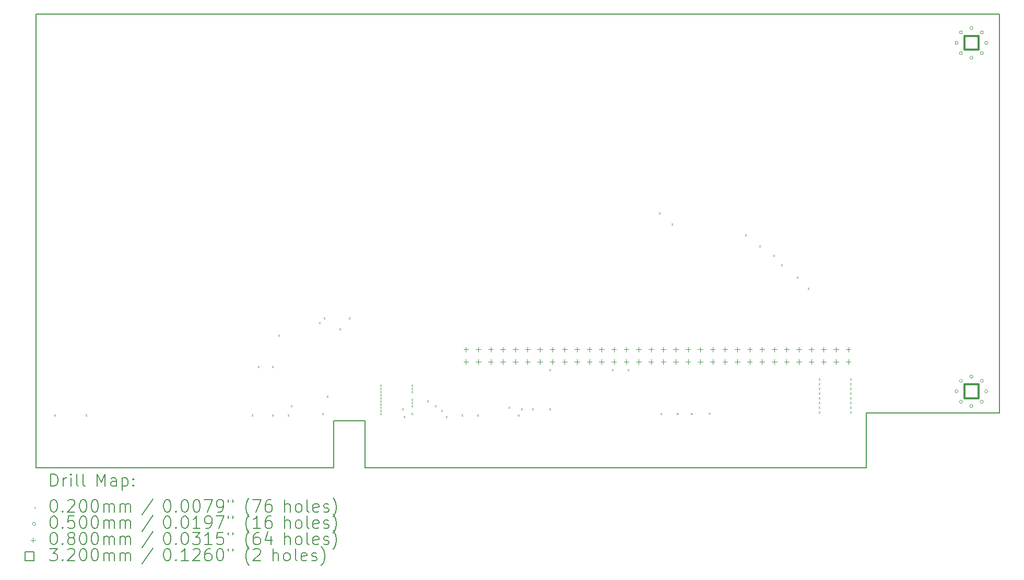
<source format=gbr>
%TF.GenerationSoftware,KiCad,Pcbnew,(7.0.0-0)*%
%TF.CreationDate,2023-03-28T15:20:31+02:00*%
%TF.ProjectId,Vortex-X-ISA-Card,566f7274-6578-42d5-982d-4953412d4361,rev?*%
%TF.SameCoordinates,Original*%
%TF.FileFunction,Drillmap*%
%TF.FilePolarity,Positive*%
%FSLAX45Y45*%
G04 Gerber Fmt 4.5, Leading zero omitted, Abs format (unit mm)*
G04 Created by KiCad (PCBNEW (7.0.0-0)) date 2023-03-28 15:20:31*
%MOMM*%
%LPD*%
G01*
G04 APERTURE LIST*
%ADD10C,0.150000*%
%ADD11C,0.200000*%
%ADD12C,0.020000*%
%ADD13C,0.050000*%
%ADD14C,0.080000*%
%ADD15C,0.320000*%
G04 APERTURE END LIST*
D10*
X4342000Y-16139000D02*
X9168000Y-16139000D01*
X9676000Y-16139000D02*
X17804000Y-16139000D01*
X4342000Y-8788400D02*
X4342000Y-16139000D01*
X19963000Y-15250000D02*
X19963000Y-8788400D01*
X19963000Y-8788400D02*
X4342000Y-8788400D01*
X9676000Y-15377000D02*
X9676000Y-16139000D01*
X17804000Y-16139000D02*
X17804000Y-15250000D01*
X17804000Y-15250000D02*
X19963000Y-15250000D01*
X9168000Y-16139000D02*
X9168000Y-15377000D01*
X9168000Y-15377000D02*
X9676000Y-15377000D01*
D11*
D12*
X4638200Y-15280800D02*
X4658200Y-15300800D01*
X4658200Y-15280800D02*
X4638200Y-15300800D01*
X5146200Y-15280800D02*
X5166200Y-15300800D01*
X5166200Y-15280800D02*
X5146200Y-15300800D01*
X7838600Y-15280800D02*
X7858600Y-15300800D01*
X7858600Y-15280800D02*
X7838600Y-15300800D01*
X7940200Y-14493400D02*
X7960200Y-14513400D01*
X7960200Y-14493400D02*
X7940200Y-14513400D01*
X8168800Y-14493400D02*
X8188800Y-14513400D01*
X8188800Y-14493400D02*
X8168800Y-14513400D01*
X8168800Y-15280800D02*
X8188800Y-15300800D01*
X8188800Y-15280800D02*
X8168800Y-15300800D01*
X8270400Y-13985400D02*
X8290400Y-14005400D01*
X8290400Y-13985400D02*
X8270400Y-14005400D01*
X8422800Y-15280800D02*
X8442800Y-15300800D01*
X8442800Y-15280800D02*
X8422800Y-15300800D01*
X8473600Y-15128400D02*
X8493600Y-15148400D01*
X8493600Y-15128400D02*
X8473600Y-15148400D01*
X8930800Y-13782200D02*
X8950800Y-13802200D01*
X8950800Y-13782200D02*
X8930800Y-13802200D01*
X8981600Y-15255400D02*
X9001600Y-15275400D01*
X9001600Y-15255400D02*
X8981600Y-15275400D01*
X9007000Y-13706000D02*
X9027000Y-13726000D01*
X9027000Y-13706000D02*
X9007000Y-13726000D01*
X9057800Y-14976000D02*
X9077800Y-14996000D01*
X9077800Y-14976000D02*
X9057800Y-14996000D01*
X9261000Y-13883800D02*
X9281000Y-13903800D01*
X9281000Y-13883800D02*
X9261000Y-13903800D01*
X9413400Y-13706000D02*
X9433400Y-13726000D01*
X9433400Y-13706000D02*
X9413400Y-13726000D01*
X9921400Y-14798200D02*
X9941400Y-14818200D01*
X9941400Y-14798200D02*
X9921400Y-14818200D01*
X9921400Y-14849000D02*
X9941400Y-14869000D01*
X9941400Y-14849000D02*
X9921400Y-14869000D01*
X9921400Y-14899800D02*
X9941400Y-14919800D01*
X9941400Y-14899800D02*
X9921400Y-14919800D01*
X9921400Y-14950600D02*
X9941400Y-14970600D01*
X9941400Y-14950600D02*
X9921400Y-14970600D01*
X9921400Y-15001400D02*
X9941400Y-15021400D01*
X9941400Y-15001400D02*
X9921400Y-15021400D01*
X9921400Y-15052200D02*
X9941400Y-15072200D01*
X9941400Y-15052200D02*
X9921400Y-15072200D01*
X9921400Y-15103000D02*
X9941400Y-15123000D01*
X9941400Y-15103000D02*
X9921400Y-15123000D01*
X9921400Y-15153800D02*
X9941400Y-15173800D01*
X9941400Y-15153800D02*
X9921400Y-15173800D01*
X9921400Y-15204600D02*
X9941400Y-15224600D01*
X9941400Y-15204600D02*
X9921400Y-15224600D01*
X9921400Y-15255400D02*
X9941400Y-15275400D01*
X9941400Y-15255400D02*
X9921400Y-15275400D01*
X10277000Y-15179200D02*
X10297000Y-15199200D01*
X10297000Y-15179200D02*
X10277000Y-15199200D01*
X10302400Y-15306200D02*
X10322400Y-15326200D01*
X10322400Y-15306200D02*
X10302400Y-15326200D01*
X10429400Y-14798200D02*
X10449400Y-14818200D01*
X10449400Y-14798200D02*
X10429400Y-14818200D01*
X10429400Y-14849000D02*
X10449400Y-14869000D01*
X10449400Y-14849000D02*
X10429400Y-14869000D01*
X10429400Y-14899800D02*
X10449400Y-14919800D01*
X10449400Y-14899800D02*
X10429400Y-14919800D01*
X10429400Y-15026800D02*
X10449400Y-15046800D01*
X10449400Y-15026800D02*
X10429400Y-15046800D01*
X10429400Y-15077600D02*
X10449400Y-15097600D01*
X10449400Y-15077600D02*
X10429400Y-15097600D01*
X10429400Y-15128400D02*
X10449400Y-15148400D01*
X10449400Y-15128400D02*
X10429400Y-15148400D01*
X10429400Y-15255400D02*
X10449400Y-15275400D01*
X10449400Y-15255400D02*
X10429400Y-15275400D01*
X10683400Y-15052200D02*
X10703400Y-15072200D01*
X10703400Y-15052200D02*
X10683400Y-15072200D01*
X10810400Y-15128400D02*
X10830400Y-15148400D01*
X10830400Y-15128400D02*
X10810400Y-15148400D01*
X10912000Y-15204600D02*
X10932000Y-15224600D01*
X10932000Y-15204600D02*
X10912000Y-15224600D01*
X10988200Y-15306200D02*
X11008200Y-15326200D01*
X11008200Y-15306200D02*
X10988200Y-15326200D01*
X11242200Y-15280800D02*
X11262200Y-15300800D01*
X11262200Y-15280800D02*
X11242200Y-15300800D01*
X11496200Y-15280800D02*
X11516200Y-15300800D01*
X11516200Y-15280800D02*
X11496200Y-15300800D01*
X12004200Y-15153800D02*
X12024200Y-15173800D01*
X12024200Y-15153800D02*
X12004200Y-15173800D01*
X12156600Y-15280800D02*
X12176600Y-15300800D01*
X12176600Y-15280800D02*
X12156600Y-15300800D01*
X12207400Y-15179200D02*
X12227400Y-15199200D01*
X12227400Y-15179200D02*
X12207400Y-15199200D01*
X12385200Y-15179200D02*
X12405200Y-15199200D01*
X12405200Y-15179200D02*
X12385200Y-15199200D01*
X12664600Y-14544200D02*
X12684600Y-14564200D01*
X12684600Y-14544200D02*
X12664600Y-14564200D01*
X12664600Y-15179200D02*
X12684600Y-15199200D01*
X12684600Y-15179200D02*
X12664600Y-15199200D01*
X13680600Y-14544200D02*
X13700600Y-14564200D01*
X13700600Y-14544200D02*
X13680600Y-14564200D01*
X13934600Y-14544200D02*
X13954600Y-14564200D01*
X13954600Y-14544200D02*
X13934600Y-14564200D01*
X14442600Y-12004200D02*
X14462600Y-12024200D01*
X14462600Y-12004200D02*
X14442600Y-12024200D01*
X14468000Y-15255400D02*
X14488000Y-15275400D01*
X14488000Y-15255400D02*
X14468000Y-15275400D01*
X14645800Y-12182000D02*
X14665800Y-12202000D01*
X14665800Y-12182000D02*
X14645800Y-12202000D01*
X14734700Y-15255400D02*
X14754700Y-15275400D01*
X14754700Y-15255400D02*
X14734700Y-15275400D01*
X14963300Y-15255400D02*
X14983300Y-15275400D01*
X14983300Y-15255400D02*
X14963300Y-15275400D01*
X15251455Y-15251455D02*
X15271455Y-15271455D01*
X15271455Y-15251455D02*
X15251455Y-15271455D01*
X15839600Y-12359800D02*
X15859600Y-12379800D01*
X15859600Y-12359800D02*
X15839600Y-12379800D01*
X16068200Y-12537600D02*
X16088200Y-12557600D01*
X16088200Y-12537600D02*
X16068200Y-12557600D01*
X16296800Y-12690000D02*
X16316800Y-12710000D01*
X16316800Y-12690000D02*
X16296800Y-12710000D01*
X16423800Y-12842400D02*
X16443800Y-12862400D01*
X16443800Y-12842400D02*
X16423800Y-12862400D01*
X16677800Y-13045600D02*
X16697800Y-13065600D01*
X16697800Y-13045600D02*
X16677800Y-13065600D01*
X16855600Y-13223400D02*
X16875600Y-13243400D01*
X16875600Y-13223400D02*
X16855600Y-13243400D01*
X17033400Y-14696600D02*
X17053400Y-14716600D01*
X17053400Y-14696600D02*
X17033400Y-14716600D01*
X17033400Y-14772800D02*
X17053400Y-14792800D01*
X17053400Y-14772800D02*
X17033400Y-14792800D01*
X17033400Y-14849000D02*
X17053400Y-14869000D01*
X17053400Y-14849000D02*
X17033400Y-14869000D01*
X17033400Y-14925200D02*
X17053400Y-14945200D01*
X17053400Y-14925200D02*
X17033400Y-14945200D01*
X17033400Y-15001400D02*
X17053400Y-15021400D01*
X17053400Y-15001400D02*
X17033400Y-15021400D01*
X17033400Y-15077600D02*
X17053400Y-15097600D01*
X17053400Y-15077600D02*
X17033400Y-15097600D01*
X17033400Y-15153800D02*
X17053400Y-15173800D01*
X17053400Y-15153800D02*
X17033400Y-15173800D01*
X17033400Y-15230000D02*
X17053400Y-15250000D01*
X17053400Y-15230000D02*
X17033400Y-15250000D01*
X17541400Y-14696600D02*
X17561400Y-14716600D01*
X17561400Y-14696600D02*
X17541400Y-14716600D01*
X17541400Y-14772800D02*
X17561400Y-14792800D01*
X17561400Y-14772800D02*
X17541400Y-14792800D01*
X17541400Y-14849000D02*
X17561400Y-14869000D01*
X17561400Y-14849000D02*
X17541400Y-14869000D01*
X17541400Y-14925200D02*
X17561400Y-14945200D01*
X17561400Y-14925200D02*
X17541400Y-14945200D01*
X17541400Y-15001400D02*
X17561400Y-15021400D01*
X17561400Y-15001400D02*
X17541400Y-15021400D01*
X17541400Y-15077600D02*
X17561400Y-15097600D01*
X17561400Y-15077600D02*
X17541400Y-15097600D01*
X17541400Y-15153800D02*
X17561400Y-15173800D01*
X17561400Y-15153800D02*
X17541400Y-15173800D01*
X17541400Y-15230000D02*
X17561400Y-15250000D01*
X17561400Y-15230000D02*
X17541400Y-15250000D01*
D13*
X19293000Y-9250000D02*
G75*
G03*
X19293000Y-9250000I-25000J0D01*
G01*
X19293000Y-14901500D02*
G75*
G03*
X19293000Y-14901500I-25000J0D01*
G01*
X19363294Y-9080294D02*
G75*
G03*
X19363294Y-9080294I-25000J0D01*
G01*
X19363294Y-9419706D02*
G75*
G03*
X19363294Y-9419706I-25000J0D01*
G01*
X19363294Y-14731794D02*
G75*
G03*
X19363294Y-14731794I-25000J0D01*
G01*
X19363294Y-15071206D02*
G75*
G03*
X19363294Y-15071206I-25000J0D01*
G01*
X19533000Y-9010000D02*
G75*
G03*
X19533000Y-9010000I-25000J0D01*
G01*
X19533000Y-9490000D02*
G75*
G03*
X19533000Y-9490000I-25000J0D01*
G01*
X19533000Y-14661500D02*
G75*
G03*
X19533000Y-14661500I-25000J0D01*
G01*
X19533000Y-15141500D02*
G75*
G03*
X19533000Y-15141500I-25000J0D01*
G01*
X19702706Y-9080294D02*
G75*
G03*
X19702706Y-9080294I-25000J0D01*
G01*
X19702706Y-9419706D02*
G75*
G03*
X19702706Y-9419706I-25000J0D01*
G01*
X19702706Y-14731794D02*
G75*
G03*
X19702706Y-14731794I-25000J0D01*
G01*
X19702706Y-15071206D02*
G75*
G03*
X19702706Y-15071206I-25000J0D01*
G01*
X19773000Y-9250000D02*
G75*
G03*
X19773000Y-9250000I-25000J0D01*
G01*
X19773000Y-14901500D02*
G75*
G03*
X19773000Y-14901500I-25000J0D01*
G01*
D14*
X11313200Y-14184000D02*
X11313200Y-14264000D01*
X11273200Y-14224000D02*
X11353200Y-14224000D01*
X11313200Y-14384000D02*
X11313200Y-14464000D01*
X11273200Y-14424000D02*
X11353200Y-14424000D01*
X11513200Y-14184000D02*
X11513200Y-14264000D01*
X11473200Y-14224000D02*
X11553200Y-14224000D01*
X11513200Y-14384000D02*
X11513200Y-14464000D01*
X11473200Y-14424000D02*
X11553200Y-14424000D01*
X11713200Y-14184000D02*
X11713200Y-14264000D01*
X11673200Y-14224000D02*
X11753200Y-14224000D01*
X11713200Y-14384000D02*
X11713200Y-14464000D01*
X11673200Y-14424000D02*
X11753200Y-14424000D01*
X11913200Y-14184000D02*
X11913200Y-14264000D01*
X11873200Y-14224000D02*
X11953200Y-14224000D01*
X11913200Y-14384000D02*
X11913200Y-14464000D01*
X11873200Y-14424000D02*
X11953200Y-14424000D01*
X12113200Y-14184000D02*
X12113200Y-14264000D01*
X12073200Y-14224000D02*
X12153200Y-14224000D01*
X12113200Y-14384000D02*
X12113200Y-14464000D01*
X12073200Y-14424000D02*
X12153200Y-14424000D01*
X12313200Y-14184000D02*
X12313200Y-14264000D01*
X12273200Y-14224000D02*
X12353200Y-14224000D01*
X12313200Y-14384000D02*
X12313200Y-14464000D01*
X12273200Y-14424000D02*
X12353200Y-14424000D01*
X12513200Y-14184000D02*
X12513200Y-14264000D01*
X12473200Y-14224000D02*
X12553200Y-14224000D01*
X12513200Y-14384000D02*
X12513200Y-14464000D01*
X12473200Y-14424000D02*
X12553200Y-14424000D01*
X12713200Y-14184000D02*
X12713200Y-14264000D01*
X12673200Y-14224000D02*
X12753200Y-14224000D01*
X12713200Y-14384000D02*
X12713200Y-14464000D01*
X12673200Y-14424000D02*
X12753200Y-14424000D01*
X12913200Y-14184000D02*
X12913200Y-14264000D01*
X12873200Y-14224000D02*
X12953200Y-14224000D01*
X12913200Y-14384000D02*
X12913200Y-14464000D01*
X12873200Y-14424000D02*
X12953200Y-14424000D01*
X13113200Y-14184000D02*
X13113200Y-14264000D01*
X13073200Y-14224000D02*
X13153200Y-14224000D01*
X13113200Y-14384000D02*
X13113200Y-14464000D01*
X13073200Y-14424000D02*
X13153200Y-14424000D01*
X13313200Y-14184000D02*
X13313200Y-14264000D01*
X13273200Y-14224000D02*
X13353200Y-14224000D01*
X13313200Y-14384000D02*
X13313200Y-14464000D01*
X13273200Y-14424000D02*
X13353200Y-14424000D01*
X13513200Y-14184000D02*
X13513200Y-14264000D01*
X13473200Y-14224000D02*
X13553200Y-14224000D01*
X13513200Y-14384000D02*
X13513200Y-14464000D01*
X13473200Y-14424000D02*
X13553200Y-14424000D01*
X13713200Y-14184000D02*
X13713200Y-14264000D01*
X13673200Y-14224000D02*
X13753200Y-14224000D01*
X13713200Y-14384000D02*
X13713200Y-14464000D01*
X13673200Y-14424000D02*
X13753200Y-14424000D01*
X13913200Y-14184000D02*
X13913200Y-14264000D01*
X13873200Y-14224000D02*
X13953200Y-14224000D01*
X13913200Y-14384000D02*
X13913200Y-14464000D01*
X13873200Y-14424000D02*
X13953200Y-14424000D01*
X14113200Y-14184000D02*
X14113200Y-14264000D01*
X14073200Y-14224000D02*
X14153200Y-14224000D01*
X14113200Y-14384000D02*
X14113200Y-14464000D01*
X14073200Y-14424000D02*
X14153200Y-14424000D01*
X14313200Y-14184000D02*
X14313200Y-14264000D01*
X14273200Y-14224000D02*
X14353200Y-14224000D01*
X14313200Y-14384000D02*
X14313200Y-14464000D01*
X14273200Y-14424000D02*
X14353200Y-14424000D01*
X14513200Y-14184000D02*
X14513200Y-14264000D01*
X14473200Y-14224000D02*
X14553200Y-14224000D01*
X14513200Y-14384000D02*
X14513200Y-14464000D01*
X14473200Y-14424000D02*
X14553200Y-14424000D01*
X14713200Y-14184000D02*
X14713200Y-14264000D01*
X14673200Y-14224000D02*
X14753200Y-14224000D01*
X14713200Y-14384000D02*
X14713200Y-14464000D01*
X14673200Y-14424000D02*
X14753200Y-14424000D01*
X14913200Y-14184000D02*
X14913200Y-14264000D01*
X14873200Y-14224000D02*
X14953200Y-14224000D01*
X14913200Y-14384000D02*
X14913200Y-14464000D01*
X14873200Y-14424000D02*
X14953200Y-14424000D01*
X15113200Y-14184000D02*
X15113200Y-14264000D01*
X15073200Y-14224000D02*
X15153200Y-14224000D01*
X15113200Y-14384000D02*
X15113200Y-14464000D01*
X15073200Y-14424000D02*
X15153200Y-14424000D01*
X15313200Y-14184000D02*
X15313200Y-14264000D01*
X15273200Y-14224000D02*
X15353200Y-14224000D01*
X15313200Y-14384000D02*
X15313200Y-14464000D01*
X15273200Y-14424000D02*
X15353200Y-14424000D01*
X15513200Y-14184000D02*
X15513200Y-14264000D01*
X15473200Y-14224000D02*
X15553200Y-14224000D01*
X15513200Y-14384000D02*
X15513200Y-14464000D01*
X15473200Y-14424000D02*
X15553200Y-14424000D01*
X15713200Y-14184000D02*
X15713200Y-14264000D01*
X15673200Y-14224000D02*
X15753200Y-14224000D01*
X15713200Y-14384000D02*
X15713200Y-14464000D01*
X15673200Y-14424000D02*
X15753200Y-14424000D01*
X15913200Y-14184000D02*
X15913200Y-14264000D01*
X15873200Y-14224000D02*
X15953200Y-14224000D01*
X15913200Y-14384000D02*
X15913200Y-14464000D01*
X15873200Y-14424000D02*
X15953200Y-14424000D01*
X16113200Y-14184000D02*
X16113200Y-14264000D01*
X16073200Y-14224000D02*
X16153200Y-14224000D01*
X16113200Y-14384000D02*
X16113200Y-14464000D01*
X16073200Y-14424000D02*
X16153200Y-14424000D01*
X16313200Y-14184000D02*
X16313200Y-14264000D01*
X16273200Y-14224000D02*
X16353200Y-14224000D01*
X16313200Y-14384000D02*
X16313200Y-14464000D01*
X16273200Y-14424000D02*
X16353200Y-14424000D01*
X16513200Y-14184000D02*
X16513200Y-14264000D01*
X16473200Y-14224000D02*
X16553200Y-14224000D01*
X16513200Y-14384000D02*
X16513200Y-14464000D01*
X16473200Y-14424000D02*
X16553200Y-14424000D01*
X16713200Y-14184000D02*
X16713200Y-14264000D01*
X16673200Y-14224000D02*
X16753200Y-14224000D01*
X16713200Y-14384000D02*
X16713200Y-14464000D01*
X16673200Y-14424000D02*
X16753200Y-14424000D01*
X16913200Y-14184000D02*
X16913200Y-14264000D01*
X16873200Y-14224000D02*
X16953200Y-14224000D01*
X16913200Y-14384000D02*
X16913200Y-14464000D01*
X16873200Y-14424000D02*
X16953200Y-14424000D01*
X17113200Y-14184000D02*
X17113200Y-14264000D01*
X17073200Y-14224000D02*
X17153200Y-14224000D01*
X17113200Y-14384000D02*
X17113200Y-14464000D01*
X17073200Y-14424000D02*
X17153200Y-14424000D01*
X17313200Y-14184000D02*
X17313200Y-14264000D01*
X17273200Y-14224000D02*
X17353200Y-14224000D01*
X17313200Y-14384000D02*
X17313200Y-14464000D01*
X17273200Y-14424000D02*
X17353200Y-14424000D01*
X17513200Y-14184000D02*
X17513200Y-14264000D01*
X17473200Y-14224000D02*
X17553200Y-14224000D01*
X17513200Y-14384000D02*
X17513200Y-14464000D01*
X17473200Y-14424000D02*
X17553200Y-14424000D01*
D15*
X19621138Y-9363138D02*
X19621138Y-9136862D01*
X19394862Y-9136862D01*
X19394862Y-9363138D01*
X19621138Y-9363138D01*
X19621138Y-15014638D02*
X19621138Y-14788362D01*
X19394862Y-14788362D01*
X19394862Y-15014638D01*
X19621138Y-15014638D01*
D11*
X4582119Y-16439976D02*
X4582119Y-16239976D01*
X4582119Y-16239976D02*
X4629738Y-16239976D01*
X4629738Y-16239976D02*
X4658310Y-16249500D01*
X4658310Y-16249500D02*
X4677357Y-16268548D01*
X4677357Y-16268548D02*
X4686881Y-16287595D01*
X4686881Y-16287595D02*
X4696405Y-16325690D01*
X4696405Y-16325690D02*
X4696405Y-16354262D01*
X4696405Y-16354262D02*
X4686881Y-16392357D01*
X4686881Y-16392357D02*
X4677357Y-16411405D01*
X4677357Y-16411405D02*
X4658310Y-16430452D01*
X4658310Y-16430452D02*
X4629738Y-16439976D01*
X4629738Y-16439976D02*
X4582119Y-16439976D01*
X4782119Y-16439976D02*
X4782119Y-16306643D01*
X4782119Y-16344738D02*
X4791643Y-16325690D01*
X4791643Y-16325690D02*
X4801167Y-16316167D01*
X4801167Y-16316167D02*
X4820214Y-16306643D01*
X4820214Y-16306643D02*
X4839262Y-16306643D01*
X4905929Y-16439976D02*
X4905929Y-16306643D01*
X4905929Y-16239976D02*
X4896405Y-16249500D01*
X4896405Y-16249500D02*
X4905929Y-16259024D01*
X4905929Y-16259024D02*
X4915452Y-16249500D01*
X4915452Y-16249500D02*
X4905929Y-16239976D01*
X4905929Y-16239976D02*
X4905929Y-16259024D01*
X5029738Y-16439976D02*
X5010690Y-16430452D01*
X5010690Y-16430452D02*
X5001167Y-16411405D01*
X5001167Y-16411405D02*
X5001167Y-16239976D01*
X5134500Y-16439976D02*
X5115452Y-16430452D01*
X5115452Y-16430452D02*
X5105929Y-16411405D01*
X5105929Y-16411405D02*
X5105929Y-16239976D01*
X5330690Y-16439976D02*
X5330690Y-16239976D01*
X5330690Y-16239976D02*
X5397357Y-16382833D01*
X5397357Y-16382833D02*
X5464024Y-16239976D01*
X5464024Y-16239976D02*
X5464024Y-16439976D01*
X5644976Y-16439976D02*
X5644976Y-16335214D01*
X5644976Y-16335214D02*
X5635452Y-16316167D01*
X5635452Y-16316167D02*
X5616405Y-16306643D01*
X5616405Y-16306643D02*
X5578309Y-16306643D01*
X5578309Y-16306643D02*
X5559262Y-16316167D01*
X5644976Y-16430452D02*
X5625928Y-16439976D01*
X5625928Y-16439976D02*
X5578309Y-16439976D01*
X5578309Y-16439976D02*
X5559262Y-16430452D01*
X5559262Y-16430452D02*
X5549738Y-16411405D01*
X5549738Y-16411405D02*
X5549738Y-16392357D01*
X5549738Y-16392357D02*
X5559262Y-16373309D01*
X5559262Y-16373309D02*
X5578309Y-16363786D01*
X5578309Y-16363786D02*
X5625928Y-16363786D01*
X5625928Y-16363786D02*
X5644976Y-16354262D01*
X5740214Y-16306643D02*
X5740214Y-16506643D01*
X5740214Y-16316167D02*
X5759262Y-16306643D01*
X5759262Y-16306643D02*
X5797357Y-16306643D01*
X5797357Y-16306643D02*
X5816405Y-16316167D01*
X5816405Y-16316167D02*
X5825928Y-16325690D01*
X5825928Y-16325690D02*
X5835452Y-16344738D01*
X5835452Y-16344738D02*
X5835452Y-16401881D01*
X5835452Y-16401881D02*
X5825928Y-16420928D01*
X5825928Y-16420928D02*
X5816405Y-16430452D01*
X5816405Y-16430452D02*
X5797357Y-16439976D01*
X5797357Y-16439976D02*
X5759262Y-16439976D01*
X5759262Y-16439976D02*
X5740214Y-16430452D01*
X5921167Y-16420928D02*
X5930690Y-16430452D01*
X5930690Y-16430452D02*
X5921167Y-16439976D01*
X5921167Y-16439976D02*
X5911643Y-16430452D01*
X5911643Y-16430452D02*
X5921167Y-16420928D01*
X5921167Y-16420928D02*
X5921167Y-16439976D01*
X5921167Y-16316167D02*
X5930690Y-16325690D01*
X5930690Y-16325690D02*
X5921167Y-16335214D01*
X5921167Y-16335214D02*
X5911643Y-16325690D01*
X5911643Y-16325690D02*
X5921167Y-16316167D01*
X5921167Y-16316167D02*
X5921167Y-16335214D01*
D12*
X4314500Y-16776500D02*
X4334500Y-16796500D01*
X4334500Y-16776500D02*
X4314500Y-16796500D01*
D11*
X4620214Y-16659976D02*
X4639262Y-16659976D01*
X4639262Y-16659976D02*
X4658310Y-16669500D01*
X4658310Y-16669500D02*
X4667833Y-16679024D01*
X4667833Y-16679024D02*
X4677357Y-16698071D01*
X4677357Y-16698071D02*
X4686881Y-16736167D01*
X4686881Y-16736167D02*
X4686881Y-16783786D01*
X4686881Y-16783786D02*
X4677357Y-16821881D01*
X4677357Y-16821881D02*
X4667833Y-16840929D01*
X4667833Y-16840929D02*
X4658310Y-16850452D01*
X4658310Y-16850452D02*
X4639262Y-16859976D01*
X4639262Y-16859976D02*
X4620214Y-16859976D01*
X4620214Y-16859976D02*
X4601167Y-16850452D01*
X4601167Y-16850452D02*
X4591643Y-16840929D01*
X4591643Y-16840929D02*
X4582119Y-16821881D01*
X4582119Y-16821881D02*
X4572595Y-16783786D01*
X4572595Y-16783786D02*
X4572595Y-16736167D01*
X4572595Y-16736167D02*
X4582119Y-16698071D01*
X4582119Y-16698071D02*
X4591643Y-16679024D01*
X4591643Y-16679024D02*
X4601167Y-16669500D01*
X4601167Y-16669500D02*
X4620214Y-16659976D01*
X4772595Y-16840929D02*
X4782119Y-16850452D01*
X4782119Y-16850452D02*
X4772595Y-16859976D01*
X4772595Y-16859976D02*
X4763071Y-16850452D01*
X4763071Y-16850452D02*
X4772595Y-16840929D01*
X4772595Y-16840929D02*
X4772595Y-16859976D01*
X4858310Y-16679024D02*
X4867833Y-16669500D01*
X4867833Y-16669500D02*
X4886881Y-16659976D01*
X4886881Y-16659976D02*
X4934500Y-16659976D01*
X4934500Y-16659976D02*
X4953548Y-16669500D01*
X4953548Y-16669500D02*
X4963071Y-16679024D01*
X4963071Y-16679024D02*
X4972595Y-16698071D01*
X4972595Y-16698071D02*
X4972595Y-16717119D01*
X4972595Y-16717119D02*
X4963071Y-16745690D01*
X4963071Y-16745690D02*
X4848786Y-16859976D01*
X4848786Y-16859976D02*
X4972595Y-16859976D01*
X5096405Y-16659976D02*
X5115452Y-16659976D01*
X5115452Y-16659976D02*
X5134500Y-16669500D01*
X5134500Y-16669500D02*
X5144024Y-16679024D01*
X5144024Y-16679024D02*
X5153548Y-16698071D01*
X5153548Y-16698071D02*
X5163071Y-16736167D01*
X5163071Y-16736167D02*
X5163071Y-16783786D01*
X5163071Y-16783786D02*
X5153548Y-16821881D01*
X5153548Y-16821881D02*
X5144024Y-16840929D01*
X5144024Y-16840929D02*
X5134500Y-16850452D01*
X5134500Y-16850452D02*
X5115452Y-16859976D01*
X5115452Y-16859976D02*
X5096405Y-16859976D01*
X5096405Y-16859976D02*
X5077357Y-16850452D01*
X5077357Y-16850452D02*
X5067833Y-16840929D01*
X5067833Y-16840929D02*
X5058310Y-16821881D01*
X5058310Y-16821881D02*
X5048786Y-16783786D01*
X5048786Y-16783786D02*
X5048786Y-16736167D01*
X5048786Y-16736167D02*
X5058310Y-16698071D01*
X5058310Y-16698071D02*
X5067833Y-16679024D01*
X5067833Y-16679024D02*
X5077357Y-16669500D01*
X5077357Y-16669500D02*
X5096405Y-16659976D01*
X5286881Y-16659976D02*
X5305929Y-16659976D01*
X5305929Y-16659976D02*
X5324976Y-16669500D01*
X5324976Y-16669500D02*
X5334500Y-16679024D01*
X5334500Y-16679024D02*
X5344024Y-16698071D01*
X5344024Y-16698071D02*
X5353548Y-16736167D01*
X5353548Y-16736167D02*
X5353548Y-16783786D01*
X5353548Y-16783786D02*
X5344024Y-16821881D01*
X5344024Y-16821881D02*
X5334500Y-16840929D01*
X5334500Y-16840929D02*
X5324976Y-16850452D01*
X5324976Y-16850452D02*
X5305929Y-16859976D01*
X5305929Y-16859976D02*
X5286881Y-16859976D01*
X5286881Y-16859976D02*
X5267833Y-16850452D01*
X5267833Y-16850452D02*
X5258310Y-16840929D01*
X5258310Y-16840929D02*
X5248786Y-16821881D01*
X5248786Y-16821881D02*
X5239262Y-16783786D01*
X5239262Y-16783786D02*
X5239262Y-16736167D01*
X5239262Y-16736167D02*
X5248786Y-16698071D01*
X5248786Y-16698071D02*
X5258310Y-16679024D01*
X5258310Y-16679024D02*
X5267833Y-16669500D01*
X5267833Y-16669500D02*
X5286881Y-16659976D01*
X5439262Y-16859976D02*
X5439262Y-16726643D01*
X5439262Y-16745690D02*
X5448786Y-16736167D01*
X5448786Y-16736167D02*
X5467833Y-16726643D01*
X5467833Y-16726643D02*
X5496405Y-16726643D01*
X5496405Y-16726643D02*
X5515452Y-16736167D01*
X5515452Y-16736167D02*
X5524976Y-16755214D01*
X5524976Y-16755214D02*
X5524976Y-16859976D01*
X5524976Y-16755214D02*
X5534500Y-16736167D01*
X5534500Y-16736167D02*
X5553548Y-16726643D01*
X5553548Y-16726643D02*
X5582119Y-16726643D01*
X5582119Y-16726643D02*
X5601167Y-16736167D01*
X5601167Y-16736167D02*
X5610690Y-16755214D01*
X5610690Y-16755214D02*
X5610690Y-16859976D01*
X5705929Y-16859976D02*
X5705929Y-16726643D01*
X5705929Y-16745690D02*
X5715452Y-16736167D01*
X5715452Y-16736167D02*
X5734500Y-16726643D01*
X5734500Y-16726643D02*
X5763071Y-16726643D01*
X5763071Y-16726643D02*
X5782119Y-16736167D01*
X5782119Y-16736167D02*
X5791643Y-16755214D01*
X5791643Y-16755214D02*
X5791643Y-16859976D01*
X5791643Y-16755214D02*
X5801167Y-16736167D01*
X5801167Y-16736167D02*
X5820214Y-16726643D01*
X5820214Y-16726643D02*
X5848786Y-16726643D01*
X5848786Y-16726643D02*
X5867833Y-16736167D01*
X5867833Y-16736167D02*
X5877357Y-16755214D01*
X5877357Y-16755214D02*
X5877357Y-16859976D01*
X6235452Y-16650452D02*
X6064024Y-16907595D01*
X6460214Y-16659976D02*
X6479262Y-16659976D01*
X6479262Y-16659976D02*
X6498310Y-16669500D01*
X6498310Y-16669500D02*
X6507833Y-16679024D01*
X6507833Y-16679024D02*
X6517357Y-16698071D01*
X6517357Y-16698071D02*
X6526881Y-16736167D01*
X6526881Y-16736167D02*
X6526881Y-16783786D01*
X6526881Y-16783786D02*
X6517357Y-16821881D01*
X6517357Y-16821881D02*
X6507833Y-16840929D01*
X6507833Y-16840929D02*
X6498310Y-16850452D01*
X6498310Y-16850452D02*
X6479262Y-16859976D01*
X6479262Y-16859976D02*
X6460214Y-16859976D01*
X6460214Y-16859976D02*
X6441167Y-16850452D01*
X6441167Y-16850452D02*
X6431643Y-16840929D01*
X6431643Y-16840929D02*
X6422119Y-16821881D01*
X6422119Y-16821881D02*
X6412595Y-16783786D01*
X6412595Y-16783786D02*
X6412595Y-16736167D01*
X6412595Y-16736167D02*
X6422119Y-16698071D01*
X6422119Y-16698071D02*
X6431643Y-16679024D01*
X6431643Y-16679024D02*
X6441167Y-16669500D01*
X6441167Y-16669500D02*
X6460214Y-16659976D01*
X6612595Y-16840929D02*
X6622119Y-16850452D01*
X6622119Y-16850452D02*
X6612595Y-16859976D01*
X6612595Y-16859976D02*
X6603071Y-16850452D01*
X6603071Y-16850452D02*
X6612595Y-16840929D01*
X6612595Y-16840929D02*
X6612595Y-16859976D01*
X6745929Y-16659976D02*
X6764976Y-16659976D01*
X6764976Y-16659976D02*
X6784024Y-16669500D01*
X6784024Y-16669500D02*
X6793548Y-16679024D01*
X6793548Y-16679024D02*
X6803071Y-16698071D01*
X6803071Y-16698071D02*
X6812595Y-16736167D01*
X6812595Y-16736167D02*
X6812595Y-16783786D01*
X6812595Y-16783786D02*
X6803071Y-16821881D01*
X6803071Y-16821881D02*
X6793548Y-16840929D01*
X6793548Y-16840929D02*
X6784024Y-16850452D01*
X6784024Y-16850452D02*
X6764976Y-16859976D01*
X6764976Y-16859976D02*
X6745929Y-16859976D01*
X6745929Y-16859976D02*
X6726881Y-16850452D01*
X6726881Y-16850452D02*
X6717357Y-16840929D01*
X6717357Y-16840929D02*
X6707833Y-16821881D01*
X6707833Y-16821881D02*
X6698310Y-16783786D01*
X6698310Y-16783786D02*
X6698310Y-16736167D01*
X6698310Y-16736167D02*
X6707833Y-16698071D01*
X6707833Y-16698071D02*
X6717357Y-16679024D01*
X6717357Y-16679024D02*
X6726881Y-16669500D01*
X6726881Y-16669500D02*
X6745929Y-16659976D01*
X6936405Y-16659976D02*
X6955452Y-16659976D01*
X6955452Y-16659976D02*
X6974500Y-16669500D01*
X6974500Y-16669500D02*
X6984024Y-16679024D01*
X6984024Y-16679024D02*
X6993548Y-16698071D01*
X6993548Y-16698071D02*
X7003071Y-16736167D01*
X7003071Y-16736167D02*
X7003071Y-16783786D01*
X7003071Y-16783786D02*
X6993548Y-16821881D01*
X6993548Y-16821881D02*
X6984024Y-16840929D01*
X6984024Y-16840929D02*
X6974500Y-16850452D01*
X6974500Y-16850452D02*
X6955452Y-16859976D01*
X6955452Y-16859976D02*
X6936405Y-16859976D01*
X6936405Y-16859976D02*
X6917357Y-16850452D01*
X6917357Y-16850452D02*
X6907833Y-16840929D01*
X6907833Y-16840929D02*
X6898310Y-16821881D01*
X6898310Y-16821881D02*
X6888786Y-16783786D01*
X6888786Y-16783786D02*
X6888786Y-16736167D01*
X6888786Y-16736167D02*
X6898310Y-16698071D01*
X6898310Y-16698071D02*
X6907833Y-16679024D01*
X6907833Y-16679024D02*
X6917357Y-16669500D01*
X6917357Y-16669500D02*
X6936405Y-16659976D01*
X7069738Y-16659976D02*
X7203071Y-16659976D01*
X7203071Y-16659976D02*
X7117357Y-16859976D01*
X7288786Y-16859976D02*
X7326881Y-16859976D01*
X7326881Y-16859976D02*
X7345929Y-16850452D01*
X7345929Y-16850452D02*
X7355452Y-16840929D01*
X7355452Y-16840929D02*
X7374500Y-16812357D01*
X7374500Y-16812357D02*
X7384024Y-16774262D01*
X7384024Y-16774262D02*
X7384024Y-16698071D01*
X7384024Y-16698071D02*
X7374500Y-16679024D01*
X7374500Y-16679024D02*
X7364976Y-16669500D01*
X7364976Y-16669500D02*
X7345929Y-16659976D01*
X7345929Y-16659976D02*
X7307833Y-16659976D01*
X7307833Y-16659976D02*
X7288786Y-16669500D01*
X7288786Y-16669500D02*
X7279262Y-16679024D01*
X7279262Y-16679024D02*
X7269738Y-16698071D01*
X7269738Y-16698071D02*
X7269738Y-16745690D01*
X7269738Y-16745690D02*
X7279262Y-16764738D01*
X7279262Y-16764738D02*
X7288786Y-16774262D01*
X7288786Y-16774262D02*
X7307833Y-16783786D01*
X7307833Y-16783786D02*
X7345929Y-16783786D01*
X7345929Y-16783786D02*
X7364976Y-16774262D01*
X7364976Y-16774262D02*
X7374500Y-16764738D01*
X7374500Y-16764738D02*
X7384024Y-16745690D01*
X7460214Y-16659976D02*
X7460214Y-16698071D01*
X7536405Y-16659976D02*
X7536405Y-16698071D01*
X7799262Y-16936167D02*
X7789738Y-16926643D01*
X7789738Y-16926643D02*
X7770691Y-16898071D01*
X7770691Y-16898071D02*
X7761167Y-16879024D01*
X7761167Y-16879024D02*
X7751643Y-16850452D01*
X7751643Y-16850452D02*
X7742119Y-16802833D01*
X7742119Y-16802833D02*
X7742119Y-16764738D01*
X7742119Y-16764738D02*
X7751643Y-16717119D01*
X7751643Y-16717119D02*
X7761167Y-16688548D01*
X7761167Y-16688548D02*
X7770691Y-16669500D01*
X7770691Y-16669500D02*
X7789738Y-16640928D01*
X7789738Y-16640928D02*
X7799262Y-16631405D01*
X7856405Y-16659976D02*
X7989738Y-16659976D01*
X7989738Y-16659976D02*
X7904024Y-16859976D01*
X8151643Y-16659976D02*
X8113548Y-16659976D01*
X8113548Y-16659976D02*
X8094500Y-16669500D01*
X8094500Y-16669500D02*
X8084976Y-16679024D01*
X8084976Y-16679024D02*
X8065929Y-16707595D01*
X8065929Y-16707595D02*
X8056405Y-16745690D01*
X8056405Y-16745690D02*
X8056405Y-16821881D01*
X8056405Y-16821881D02*
X8065929Y-16840929D01*
X8065929Y-16840929D02*
X8075452Y-16850452D01*
X8075452Y-16850452D02*
X8094500Y-16859976D01*
X8094500Y-16859976D02*
X8132595Y-16859976D01*
X8132595Y-16859976D02*
X8151643Y-16850452D01*
X8151643Y-16850452D02*
X8161167Y-16840929D01*
X8161167Y-16840929D02*
X8170691Y-16821881D01*
X8170691Y-16821881D02*
X8170691Y-16774262D01*
X8170691Y-16774262D02*
X8161167Y-16755214D01*
X8161167Y-16755214D02*
X8151643Y-16745690D01*
X8151643Y-16745690D02*
X8132595Y-16736167D01*
X8132595Y-16736167D02*
X8094500Y-16736167D01*
X8094500Y-16736167D02*
X8075452Y-16745690D01*
X8075452Y-16745690D02*
X8065929Y-16755214D01*
X8065929Y-16755214D02*
X8056405Y-16774262D01*
X8376405Y-16859976D02*
X8376405Y-16659976D01*
X8462119Y-16859976D02*
X8462119Y-16755214D01*
X8462119Y-16755214D02*
X8452595Y-16736167D01*
X8452595Y-16736167D02*
X8433548Y-16726643D01*
X8433548Y-16726643D02*
X8404976Y-16726643D01*
X8404976Y-16726643D02*
X8385929Y-16736167D01*
X8385929Y-16736167D02*
X8376405Y-16745690D01*
X8585929Y-16859976D02*
X8566881Y-16850452D01*
X8566881Y-16850452D02*
X8557357Y-16840929D01*
X8557357Y-16840929D02*
X8547834Y-16821881D01*
X8547834Y-16821881D02*
X8547834Y-16764738D01*
X8547834Y-16764738D02*
X8557357Y-16745690D01*
X8557357Y-16745690D02*
X8566881Y-16736167D01*
X8566881Y-16736167D02*
X8585929Y-16726643D01*
X8585929Y-16726643D02*
X8614500Y-16726643D01*
X8614500Y-16726643D02*
X8633548Y-16736167D01*
X8633548Y-16736167D02*
X8643072Y-16745690D01*
X8643072Y-16745690D02*
X8652595Y-16764738D01*
X8652595Y-16764738D02*
X8652595Y-16821881D01*
X8652595Y-16821881D02*
X8643072Y-16840929D01*
X8643072Y-16840929D02*
X8633548Y-16850452D01*
X8633548Y-16850452D02*
X8614500Y-16859976D01*
X8614500Y-16859976D02*
X8585929Y-16859976D01*
X8766881Y-16859976D02*
X8747834Y-16850452D01*
X8747834Y-16850452D02*
X8738310Y-16831405D01*
X8738310Y-16831405D02*
X8738310Y-16659976D01*
X8919262Y-16850452D02*
X8900215Y-16859976D01*
X8900215Y-16859976D02*
X8862119Y-16859976D01*
X8862119Y-16859976D02*
X8843072Y-16850452D01*
X8843072Y-16850452D02*
X8833548Y-16831405D01*
X8833548Y-16831405D02*
X8833548Y-16755214D01*
X8833548Y-16755214D02*
X8843072Y-16736167D01*
X8843072Y-16736167D02*
X8862119Y-16726643D01*
X8862119Y-16726643D02*
X8900215Y-16726643D01*
X8900215Y-16726643D02*
X8919262Y-16736167D01*
X8919262Y-16736167D02*
X8928786Y-16755214D01*
X8928786Y-16755214D02*
X8928786Y-16774262D01*
X8928786Y-16774262D02*
X8833548Y-16793310D01*
X9004976Y-16850452D02*
X9024024Y-16859976D01*
X9024024Y-16859976D02*
X9062119Y-16859976D01*
X9062119Y-16859976D02*
X9081167Y-16850452D01*
X9081167Y-16850452D02*
X9090691Y-16831405D01*
X9090691Y-16831405D02*
X9090691Y-16821881D01*
X9090691Y-16821881D02*
X9081167Y-16802833D01*
X9081167Y-16802833D02*
X9062119Y-16793310D01*
X9062119Y-16793310D02*
X9033548Y-16793310D01*
X9033548Y-16793310D02*
X9014500Y-16783786D01*
X9014500Y-16783786D02*
X9004976Y-16764738D01*
X9004976Y-16764738D02*
X9004976Y-16755214D01*
X9004976Y-16755214D02*
X9014500Y-16736167D01*
X9014500Y-16736167D02*
X9033548Y-16726643D01*
X9033548Y-16726643D02*
X9062119Y-16726643D01*
X9062119Y-16726643D02*
X9081167Y-16736167D01*
X9157357Y-16936167D02*
X9166881Y-16926643D01*
X9166881Y-16926643D02*
X9185929Y-16898071D01*
X9185929Y-16898071D02*
X9195453Y-16879024D01*
X9195453Y-16879024D02*
X9204976Y-16850452D01*
X9204976Y-16850452D02*
X9214500Y-16802833D01*
X9214500Y-16802833D02*
X9214500Y-16764738D01*
X9214500Y-16764738D02*
X9204976Y-16717119D01*
X9204976Y-16717119D02*
X9195453Y-16688548D01*
X9195453Y-16688548D02*
X9185929Y-16669500D01*
X9185929Y-16669500D02*
X9166881Y-16640928D01*
X9166881Y-16640928D02*
X9157357Y-16631405D01*
D13*
X4334500Y-17050500D02*
G75*
G03*
X4334500Y-17050500I-25000J0D01*
G01*
D11*
X4620214Y-16923976D02*
X4639262Y-16923976D01*
X4639262Y-16923976D02*
X4658310Y-16933500D01*
X4658310Y-16933500D02*
X4667833Y-16943024D01*
X4667833Y-16943024D02*
X4677357Y-16962071D01*
X4677357Y-16962071D02*
X4686881Y-17000167D01*
X4686881Y-17000167D02*
X4686881Y-17047786D01*
X4686881Y-17047786D02*
X4677357Y-17085881D01*
X4677357Y-17085881D02*
X4667833Y-17104929D01*
X4667833Y-17104929D02*
X4658310Y-17114452D01*
X4658310Y-17114452D02*
X4639262Y-17123976D01*
X4639262Y-17123976D02*
X4620214Y-17123976D01*
X4620214Y-17123976D02*
X4601167Y-17114452D01*
X4601167Y-17114452D02*
X4591643Y-17104929D01*
X4591643Y-17104929D02*
X4582119Y-17085881D01*
X4582119Y-17085881D02*
X4572595Y-17047786D01*
X4572595Y-17047786D02*
X4572595Y-17000167D01*
X4572595Y-17000167D02*
X4582119Y-16962071D01*
X4582119Y-16962071D02*
X4591643Y-16943024D01*
X4591643Y-16943024D02*
X4601167Y-16933500D01*
X4601167Y-16933500D02*
X4620214Y-16923976D01*
X4772595Y-17104929D02*
X4782119Y-17114452D01*
X4782119Y-17114452D02*
X4772595Y-17123976D01*
X4772595Y-17123976D02*
X4763071Y-17114452D01*
X4763071Y-17114452D02*
X4772595Y-17104929D01*
X4772595Y-17104929D02*
X4772595Y-17123976D01*
X4963071Y-16923976D02*
X4867833Y-16923976D01*
X4867833Y-16923976D02*
X4858310Y-17019214D01*
X4858310Y-17019214D02*
X4867833Y-17009690D01*
X4867833Y-17009690D02*
X4886881Y-17000167D01*
X4886881Y-17000167D02*
X4934500Y-17000167D01*
X4934500Y-17000167D02*
X4953548Y-17009690D01*
X4953548Y-17009690D02*
X4963071Y-17019214D01*
X4963071Y-17019214D02*
X4972595Y-17038262D01*
X4972595Y-17038262D02*
X4972595Y-17085881D01*
X4972595Y-17085881D02*
X4963071Y-17104929D01*
X4963071Y-17104929D02*
X4953548Y-17114452D01*
X4953548Y-17114452D02*
X4934500Y-17123976D01*
X4934500Y-17123976D02*
X4886881Y-17123976D01*
X4886881Y-17123976D02*
X4867833Y-17114452D01*
X4867833Y-17114452D02*
X4858310Y-17104929D01*
X5096405Y-16923976D02*
X5115452Y-16923976D01*
X5115452Y-16923976D02*
X5134500Y-16933500D01*
X5134500Y-16933500D02*
X5144024Y-16943024D01*
X5144024Y-16943024D02*
X5153548Y-16962071D01*
X5153548Y-16962071D02*
X5163071Y-17000167D01*
X5163071Y-17000167D02*
X5163071Y-17047786D01*
X5163071Y-17047786D02*
X5153548Y-17085881D01*
X5153548Y-17085881D02*
X5144024Y-17104929D01*
X5144024Y-17104929D02*
X5134500Y-17114452D01*
X5134500Y-17114452D02*
X5115452Y-17123976D01*
X5115452Y-17123976D02*
X5096405Y-17123976D01*
X5096405Y-17123976D02*
X5077357Y-17114452D01*
X5077357Y-17114452D02*
X5067833Y-17104929D01*
X5067833Y-17104929D02*
X5058310Y-17085881D01*
X5058310Y-17085881D02*
X5048786Y-17047786D01*
X5048786Y-17047786D02*
X5048786Y-17000167D01*
X5048786Y-17000167D02*
X5058310Y-16962071D01*
X5058310Y-16962071D02*
X5067833Y-16943024D01*
X5067833Y-16943024D02*
X5077357Y-16933500D01*
X5077357Y-16933500D02*
X5096405Y-16923976D01*
X5286881Y-16923976D02*
X5305929Y-16923976D01*
X5305929Y-16923976D02*
X5324976Y-16933500D01*
X5324976Y-16933500D02*
X5334500Y-16943024D01*
X5334500Y-16943024D02*
X5344024Y-16962071D01*
X5344024Y-16962071D02*
X5353548Y-17000167D01*
X5353548Y-17000167D02*
X5353548Y-17047786D01*
X5353548Y-17047786D02*
X5344024Y-17085881D01*
X5344024Y-17085881D02*
X5334500Y-17104929D01*
X5334500Y-17104929D02*
X5324976Y-17114452D01*
X5324976Y-17114452D02*
X5305929Y-17123976D01*
X5305929Y-17123976D02*
X5286881Y-17123976D01*
X5286881Y-17123976D02*
X5267833Y-17114452D01*
X5267833Y-17114452D02*
X5258310Y-17104929D01*
X5258310Y-17104929D02*
X5248786Y-17085881D01*
X5248786Y-17085881D02*
X5239262Y-17047786D01*
X5239262Y-17047786D02*
X5239262Y-17000167D01*
X5239262Y-17000167D02*
X5248786Y-16962071D01*
X5248786Y-16962071D02*
X5258310Y-16943024D01*
X5258310Y-16943024D02*
X5267833Y-16933500D01*
X5267833Y-16933500D02*
X5286881Y-16923976D01*
X5439262Y-17123976D02*
X5439262Y-16990643D01*
X5439262Y-17009690D02*
X5448786Y-17000167D01*
X5448786Y-17000167D02*
X5467833Y-16990643D01*
X5467833Y-16990643D02*
X5496405Y-16990643D01*
X5496405Y-16990643D02*
X5515452Y-17000167D01*
X5515452Y-17000167D02*
X5524976Y-17019214D01*
X5524976Y-17019214D02*
X5524976Y-17123976D01*
X5524976Y-17019214D02*
X5534500Y-17000167D01*
X5534500Y-17000167D02*
X5553548Y-16990643D01*
X5553548Y-16990643D02*
X5582119Y-16990643D01*
X5582119Y-16990643D02*
X5601167Y-17000167D01*
X5601167Y-17000167D02*
X5610690Y-17019214D01*
X5610690Y-17019214D02*
X5610690Y-17123976D01*
X5705929Y-17123976D02*
X5705929Y-16990643D01*
X5705929Y-17009690D02*
X5715452Y-17000167D01*
X5715452Y-17000167D02*
X5734500Y-16990643D01*
X5734500Y-16990643D02*
X5763071Y-16990643D01*
X5763071Y-16990643D02*
X5782119Y-17000167D01*
X5782119Y-17000167D02*
X5791643Y-17019214D01*
X5791643Y-17019214D02*
X5791643Y-17123976D01*
X5791643Y-17019214D02*
X5801167Y-17000167D01*
X5801167Y-17000167D02*
X5820214Y-16990643D01*
X5820214Y-16990643D02*
X5848786Y-16990643D01*
X5848786Y-16990643D02*
X5867833Y-17000167D01*
X5867833Y-17000167D02*
X5877357Y-17019214D01*
X5877357Y-17019214D02*
X5877357Y-17123976D01*
X6235452Y-16914452D02*
X6064024Y-17171595D01*
X6460214Y-16923976D02*
X6479262Y-16923976D01*
X6479262Y-16923976D02*
X6498310Y-16933500D01*
X6498310Y-16933500D02*
X6507833Y-16943024D01*
X6507833Y-16943024D02*
X6517357Y-16962071D01*
X6517357Y-16962071D02*
X6526881Y-17000167D01*
X6526881Y-17000167D02*
X6526881Y-17047786D01*
X6526881Y-17047786D02*
X6517357Y-17085881D01*
X6517357Y-17085881D02*
X6507833Y-17104929D01*
X6507833Y-17104929D02*
X6498310Y-17114452D01*
X6498310Y-17114452D02*
X6479262Y-17123976D01*
X6479262Y-17123976D02*
X6460214Y-17123976D01*
X6460214Y-17123976D02*
X6441167Y-17114452D01*
X6441167Y-17114452D02*
X6431643Y-17104929D01*
X6431643Y-17104929D02*
X6422119Y-17085881D01*
X6422119Y-17085881D02*
X6412595Y-17047786D01*
X6412595Y-17047786D02*
X6412595Y-17000167D01*
X6412595Y-17000167D02*
X6422119Y-16962071D01*
X6422119Y-16962071D02*
X6431643Y-16943024D01*
X6431643Y-16943024D02*
X6441167Y-16933500D01*
X6441167Y-16933500D02*
X6460214Y-16923976D01*
X6612595Y-17104929D02*
X6622119Y-17114452D01*
X6622119Y-17114452D02*
X6612595Y-17123976D01*
X6612595Y-17123976D02*
X6603071Y-17114452D01*
X6603071Y-17114452D02*
X6612595Y-17104929D01*
X6612595Y-17104929D02*
X6612595Y-17123976D01*
X6745929Y-16923976D02*
X6764976Y-16923976D01*
X6764976Y-16923976D02*
X6784024Y-16933500D01*
X6784024Y-16933500D02*
X6793548Y-16943024D01*
X6793548Y-16943024D02*
X6803071Y-16962071D01*
X6803071Y-16962071D02*
X6812595Y-17000167D01*
X6812595Y-17000167D02*
X6812595Y-17047786D01*
X6812595Y-17047786D02*
X6803071Y-17085881D01*
X6803071Y-17085881D02*
X6793548Y-17104929D01*
X6793548Y-17104929D02*
X6784024Y-17114452D01*
X6784024Y-17114452D02*
X6764976Y-17123976D01*
X6764976Y-17123976D02*
X6745929Y-17123976D01*
X6745929Y-17123976D02*
X6726881Y-17114452D01*
X6726881Y-17114452D02*
X6717357Y-17104929D01*
X6717357Y-17104929D02*
X6707833Y-17085881D01*
X6707833Y-17085881D02*
X6698310Y-17047786D01*
X6698310Y-17047786D02*
X6698310Y-17000167D01*
X6698310Y-17000167D02*
X6707833Y-16962071D01*
X6707833Y-16962071D02*
X6717357Y-16943024D01*
X6717357Y-16943024D02*
X6726881Y-16933500D01*
X6726881Y-16933500D02*
X6745929Y-16923976D01*
X7003071Y-17123976D02*
X6888786Y-17123976D01*
X6945929Y-17123976D02*
X6945929Y-16923976D01*
X6945929Y-16923976D02*
X6926881Y-16952548D01*
X6926881Y-16952548D02*
X6907833Y-16971595D01*
X6907833Y-16971595D02*
X6888786Y-16981119D01*
X7098310Y-17123976D02*
X7136405Y-17123976D01*
X7136405Y-17123976D02*
X7155452Y-17114452D01*
X7155452Y-17114452D02*
X7164976Y-17104929D01*
X7164976Y-17104929D02*
X7184024Y-17076357D01*
X7184024Y-17076357D02*
X7193548Y-17038262D01*
X7193548Y-17038262D02*
X7193548Y-16962071D01*
X7193548Y-16962071D02*
X7184024Y-16943024D01*
X7184024Y-16943024D02*
X7174500Y-16933500D01*
X7174500Y-16933500D02*
X7155452Y-16923976D01*
X7155452Y-16923976D02*
X7117357Y-16923976D01*
X7117357Y-16923976D02*
X7098310Y-16933500D01*
X7098310Y-16933500D02*
X7088786Y-16943024D01*
X7088786Y-16943024D02*
X7079262Y-16962071D01*
X7079262Y-16962071D02*
X7079262Y-17009690D01*
X7079262Y-17009690D02*
X7088786Y-17028738D01*
X7088786Y-17028738D02*
X7098310Y-17038262D01*
X7098310Y-17038262D02*
X7117357Y-17047786D01*
X7117357Y-17047786D02*
X7155452Y-17047786D01*
X7155452Y-17047786D02*
X7174500Y-17038262D01*
X7174500Y-17038262D02*
X7184024Y-17028738D01*
X7184024Y-17028738D02*
X7193548Y-17009690D01*
X7260214Y-16923976D02*
X7393548Y-16923976D01*
X7393548Y-16923976D02*
X7307833Y-17123976D01*
X7460214Y-16923976D02*
X7460214Y-16962071D01*
X7536405Y-16923976D02*
X7536405Y-16962071D01*
X7799262Y-17200167D02*
X7789738Y-17190643D01*
X7789738Y-17190643D02*
X7770691Y-17162071D01*
X7770691Y-17162071D02*
X7761167Y-17143024D01*
X7761167Y-17143024D02*
X7751643Y-17114452D01*
X7751643Y-17114452D02*
X7742119Y-17066833D01*
X7742119Y-17066833D02*
X7742119Y-17028738D01*
X7742119Y-17028738D02*
X7751643Y-16981119D01*
X7751643Y-16981119D02*
X7761167Y-16952548D01*
X7761167Y-16952548D02*
X7770691Y-16933500D01*
X7770691Y-16933500D02*
X7789738Y-16904929D01*
X7789738Y-16904929D02*
X7799262Y-16895405D01*
X7980214Y-17123976D02*
X7865929Y-17123976D01*
X7923071Y-17123976D02*
X7923071Y-16923976D01*
X7923071Y-16923976D02*
X7904024Y-16952548D01*
X7904024Y-16952548D02*
X7884976Y-16971595D01*
X7884976Y-16971595D02*
X7865929Y-16981119D01*
X8151643Y-16923976D02*
X8113548Y-16923976D01*
X8113548Y-16923976D02*
X8094500Y-16933500D01*
X8094500Y-16933500D02*
X8084976Y-16943024D01*
X8084976Y-16943024D02*
X8065929Y-16971595D01*
X8065929Y-16971595D02*
X8056405Y-17009690D01*
X8056405Y-17009690D02*
X8056405Y-17085881D01*
X8056405Y-17085881D02*
X8065929Y-17104929D01*
X8065929Y-17104929D02*
X8075452Y-17114452D01*
X8075452Y-17114452D02*
X8094500Y-17123976D01*
X8094500Y-17123976D02*
X8132595Y-17123976D01*
X8132595Y-17123976D02*
X8151643Y-17114452D01*
X8151643Y-17114452D02*
X8161167Y-17104929D01*
X8161167Y-17104929D02*
X8170691Y-17085881D01*
X8170691Y-17085881D02*
X8170691Y-17038262D01*
X8170691Y-17038262D02*
X8161167Y-17019214D01*
X8161167Y-17019214D02*
X8151643Y-17009690D01*
X8151643Y-17009690D02*
X8132595Y-17000167D01*
X8132595Y-17000167D02*
X8094500Y-17000167D01*
X8094500Y-17000167D02*
X8075452Y-17009690D01*
X8075452Y-17009690D02*
X8065929Y-17019214D01*
X8065929Y-17019214D02*
X8056405Y-17038262D01*
X8376405Y-17123976D02*
X8376405Y-16923976D01*
X8462119Y-17123976D02*
X8462119Y-17019214D01*
X8462119Y-17019214D02*
X8452595Y-17000167D01*
X8452595Y-17000167D02*
X8433548Y-16990643D01*
X8433548Y-16990643D02*
X8404976Y-16990643D01*
X8404976Y-16990643D02*
X8385929Y-17000167D01*
X8385929Y-17000167D02*
X8376405Y-17009690D01*
X8585929Y-17123976D02*
X8566881Y-17114452D01*
X8566881Y-17114452D02*
X8557357Y-17104929D01*
X8557357Y-17104929D02*
X8547834Y-17085881D01*
X8547834Y-17085881D02*
X8547834Y-17028738D01*
X8547834Y-17028738D02*
X8557357Y-17009690D01*
X8557357Y-17009690D02*
X8566881Y-17000167D01*
X8566881Y-17000167D02*
X8585929Y-16990643D01*
X8585929Y-16990643D02*
X8614500Y-16990643D01*
X8614500Y-16990643D02*
X8633548Y-17000167D01*
X8633548Y-17000167D02*
X8643072Y-17009690D01*
X8643072Y-17009690D02*
X8652595Y-17028738D01*
X8652595Y-17028738D02*
X8652595Y-17085881D01*
X8652595Y-17085881D02*
X8643072Y-17104929D01*
X8643072Y-17104929D02*
X8633548Y-17114452D01*
X8633548Y-17114452D02*
X8614500Y-17123976D01*
X8614500Y-17123976D02*
X8585929Y-17123976D01*
X8766881Y-17123976D02*
X8747834Y-17114452D01*
X8747834Y-17114452D02*
X8738310Y-17095405D01*
X8738310Y-17095405D02*
X8738310Y-16923976D01*
X8919262Y-17114452D02*
X8900215Y-17123976D01*
X8900215Y-17123976D02*
X8862119Y-17123976D01*
X8862119Y-17123976D02*
X8843072Y-17114452D01*
X8843072Y-17114452D02*
X8833548Y-17095405D01*
X8833548Y-17095405D02*
X8833548Y-17019214D01*
X8833548Y-17019214D02*
X8843072Y-17000167D01*
X8843072Y-17000167D02*
X8862119Y-16990643D01*
X8862119Y-16990643D02*
X8900215Y-16990643D01*
X8900215Y-16990643D02*
X8919262Y-17000167D01*
X8919262Y-17000167D02*
X8928786Y-17019214D01*
X8928786Y-17019214D02*
X8928786Y-17038262D01*
X8928786Y-17038262D02*
X8833548Y-17057310D01*
X9004976Y-17114452D02*
X9024024Y-17123976D01*
X9024024Y-17123976D02*
X9062119Y-17123976D01*
X9062119Y-17123976D02*
X9081167Y-17114452D01*
X9081167Y-17114452D02*
X9090691Y-17095405D01*
X9090691Y-17095405D02*
X9090691Y-17085881D01*
X9090691Y-17085881D02*
X9081167Y-17066833D01*
X9081167Y-17066833D02*
X9062119Y-17057310D01*
X9062119Y-17057310D02*
X9033548Y-17057310D01*
X9033548Y-17057310D02*
X9014500Y-17047786D01*
X9014500Y-17047786D02*
X9004976Y-17028738D01*
X9004976Y-17028738D02*
X9004976Y-17019214D01*
X9004976Y-17019214D02*
X9014500Y-17000167D01*
X9014500Y-17000167D02*
X9033548Y-16990643D01*
X9033548Y-16990643D02*
X9062119Y-16990643D01*
X9062119Y-16990643D02*
X9081167Y-17000167D01*
X9157357Y-17200167D02*
X9166881Y-17190643D01*
X9166881Y-17190643D02*
X9185929Y-17162071D01*
X9185929Y-17162071D02*
X9195453Y-17143024D01*
X9195453Y-17143024D02*
X9204976Y-17114452D01*
X9204976Y-17114452D02*
X9214500Y-17066833D01*
X9214500Y-17066833D02*
X9214500Y-17028738D01*
X9214500Y-17028738D02*
X9204976Y-16981119D01*
X9204976Y-16981119D02*
X9195453Y-16952548D01*
X9195453Y-16952548D02*
X9185929Y-16933500D01*
X9185929Y-16933500D02*
X9166881Y-16904929D01*
X9166881Y-16904929D02*
X9157357Y-16895405D01*
D14*
X4294500Y-17274500D02*
X4294500Y-17354500D01*
X4254500Y-17314500D02*
X4334500Y-17314500D01*
D11*
X4620214Y-17187976D02*
X4639262Y-17187976D01*
X4639262Y-17187976D02*
X4658310Y-17197500D01*
X4658310Y-17197500D02*
X4667833Y-17207024D01*
X4667833Y-17207024D02*
X4677357Y-17226071D01*
X4677357Y-17226071D02*
X4686881Y-17264167D01*
X4686881Y-17264167D02*
X4686881Y-17311786D01*
X4686881Y-17311786D02*
X4677357Y-17349881D01*
X4677357Y-17349881D02*
X4667833Y-17368929D01*
X4667833Y-17368929D02*
X4658310Y-17378452D01*
X4658310Y-17378452D02*
X4639262Y-17387976D01*
X4639262Y-17387976D02*
X4620214Y-17387976D01*
X4620214Y-17387976D02*
X4601167Y-17378452D01*
X4601167Y-17378452D02*
X4591643Y-17368929D01*
X4591643Y-17368929D02*
X4582119Y-17349881D01*
X4582119Y-17349881D02*
X4572595Y-17311786D01*
X4572595Y-17311786D02*
X4572595Y-17264167D01*
X4572595Y-17264167D02*
X4582119Y-17226071D01*
X4582119Y-17226071D02*
X4591643Y-17207024D01*
X4591643Y-17207024D02*
X4601167Y-17197500D01*
X4601167Y-17197500D02*
X4620214Y-17187976D01*
X4772595Y-17368929D02*
X4782119Y-17378452D01*
X4782119Y-17378452D02*
X4772595Y-17387976D01*
X4772595Y-17387976D02*
X4763071Y-17378452D01*
X4763071Y-17378452D02*
X4772595Y-17368929D01*
X4772595Y-17368929D02*
X4772595Y-17387976D01*
X4896405Y-17273690D02*
X4877357Y-17264167D01*
X4877357Y-17264167D02*
X4867833Y-17254643D01*
X4867833Y-17254643D02*
X4858310Y-17235595D01*
X4858310Y-17235595D02*
X4858310Y-17226071D01*
X4858310Y-17226071D02*
X4867833Y-17207024D01*
X4867833Y-17207024D02*
X4877357Y-17197500D01*
X4877357Y-17197500D02*
X4896405Y-17187976D01*
X4896405Y-17187976D02*
X4934500Y-17187976D01*
X4934500Y-17187976D02*
X4953548Y-17197500D01*
X4953548Y-17197500D02*
X4963071Y-17207024D01*
X4963071Y-17207024D02*
X4972595Y-17226071D01*
X4972595Y-17226071D02*
X4972595Y-17235595D01*
X4972595Y-17235595D02*
X4963071Y-17254643D01*
X4963071Y-17254643D02*
X4953548Y-17264167D01*
X4953548Y-17264167D02*
X4934500Y-17273690D01*
X4934500Y-17273690D02*
X4896405Y-17273690D01*
X4896405Y-17273690D02*
X4877357Y-17283214D01*
X4877357Y-17283214D02*
X4867833Y-17292738D01*
X4867833Y-17292738D02*
X4858310Y-17311786D01*
X4858310Y-17311786D02*
X4858310Y-17349881D01*
X4858310Y-17349881D02*
X4867833Y-17368929D01*
X4867833Y-17368929D02*
X4877357Y-17378452D01*
X4877357Y-17378452D02*
X4896405Y-17387976D01*
X4896405Y-17387976D02*
X4934500Y-17387976D01*
X4934500Y-17387976D02*
X4953548Y-17378452D01*
X4953548Y-17378452D02*
X4963071Y-17368929D01*
X4963071Y-17368929D02*
X4972595Y-17349881D01*
X4972595Y-17349881D02*
X4972595Y-17311786D01*
X4972595Y-17311786D02*
X4963071Y-17292738D01*
X4963071Y-17292738D02*
X4953548Y-17283214D01*
X4953548Y-17283214D02*
X4934500Y-17273690D01*
X5096405Y-17187976D02*
X5115452Y-17187976D01*
X5115452Y-17187976D02*
X5134500Y-17197500D01*
X5134500Y-17197500D02*
X5144024Y-17207024D01*
X5144024Y-17207024D02*
X5153548Y-17226071D01*
X5153548Y-17226071D02*
X5163071Y-17264167D01*
X5163071Y-17264167D02*
X5163071Y-17311786D01*
X5163071Y-17311786D02*
X5153548Y-17349881D01*
X5153548Y-17349881D02*
X5144024Y-17368929D01*
X5144024Y-17368929D02*
X5134500Y-17378452D01*
X5134500Y-17378452D02*
X5115452Y-17387976D01*
X5115452Y-17387976D02*
X5096405Y-17387976D01*
X5096405Y-17387976D02*
X5077357Y-17378452D01*
X5077357Y-17378452D02*
X5067833Y-17368929D01*
X5067833Y-17368929D02*
X5058310Y-17349881D01*
X5058310Y-17349881D02*
X5048786Y-17311786D01*
X5048786Y-17311786D02*
X5048786Y-17264167D01*
X5048786Y-17264167D02*
X5058310Y-17226071D01*
X5058310Y-17226071D02*
X5067833Y-17207024D01*
X5067833Y-17207024D02*
X5077357Y-17197500D01*
X5077357Y-17197500D02*
X5096405Y-17187976D01*
X5286881Y-17187976D02*
X5305929Y-17187976D01*
X5305929Y-17187976D02*
X5324976Y-17197500D01*
X5324976Y-17197500D02*
X5334500Y-17207024D01*
X5334500Y-17207024D02*
X5344024Y-17226071D01*
X5344024Y-17226071D02*
X5353548Y-17264167D01*
X5353548Y-17264167D02*
X5353548Y-17311786D01*
X5353548Y-17311786D02*
X5344024Y-17349881D01*
X5344024Y-17349881D02*
X5334500Y-17368929D01*
X5334500Y-17368929D02*
X5324976Y-17378452D01*
X5324976Y-17378452D02*
X5305929Y-17387976D01*
X5305929Y-17387976D02*
X5286881Y-17387976D01*
X5286881Y-17387976D02*
X5267833Y-17378452D01*
X5267833Y-17378452D02*
X5258310Y-17368929D01*
X5258310Y-17368929D02*
X5248786Y-17349881D01*
X5248786Y-17349881D02*
X5239262Y-17311786D01*
X5239262Y-17311786D02*
X5239262Y-17264167D01*
X5239262Y-17264167D02*
X5248786Y-17226071D01*
X5248786Y-17226071D02*
X5258310Y-17207024D01*
X5258310Y-17207024D02*
X5267833Y-17197500D01*
X5267833Y-17197500D02*
X5286881Y-17187976D01*
X5439262Y-17387976D02*
X5439262Y-17254643D01*
X5439262Y-17273690D02*
X5448786Y-17264167D01*
X5448786Y-17264167D02*
X5467833Y-17254643D01*
X5467833Y-17254643D02*
X5496405Y-17254643D01*
X5496405Y-17254643D02*
X5515452Y-17264167D01*
X5515452Y-17264167D02*
X5524976Y-17283214D01*
X5524976Y-17283214D02*
X5524976Y-17387976D01*
X5524976Y-17283214D02*
X5534500Y-17264167D01*
X5534500Y-17264167D02*
X5553548Y-17254643D01*
X5553548Y-17254643D02*
X5582119Y-17254643D01*
X5582119Y-17254643D02*
X5601167Y-17264167D01*
X5601167Y-17264167D02*
X5610690Y-17283214D01*
X5610690Y-17283214D02*
X5610690Y-17387976D01*
X5705929Y-17387976D02*
X5705929Y-17254643D01*
X5705929Y-17273690D02*
X5715452Y-17264167D01*
X5715452Y-17264167D02*
X5734500Y-17254643D01*
X5734500Y-17254643D02*
X5763071Y-17254643D01*
X5763071Y-17254643D02*
X5782119Y-17264167D01*
X5782119Y-17264167D02*
X5791643Y-17283214D01*
X5791643Y-17283214D02*
X5791643Y-17387976D01*
X5791643Y-17283214D02*
X5801167Y-17264167D01*
X5801167Y-17264167D02*
X5820214Y-17254643D01*
X5820214Y-17254643D02*
X5848786Y-17254643D01*
X5848786Y-17254643D02*
X5867833Y-17264167D01*
X5867833Y-17264167D02*
X5877357Y-17283214D01*
X5877357Y-17283214D02*
X5877357Y-17387976D01*
X6235452Y-17178452D02*
X6064024Y-17435595D01*
X6460214Y-17187976D02*
X6479262Y-17187976D01*
X6479262Y-17187976D02*
X6498310Y-17197500D01*
X6498310Y-17197500D02*
X6507833Y-17207024D01*
X6507833Y-17207024D02*
X6517357Y-17226071D01*
X6517357Y-17226071D02*
X6526881Y-17264167D01*
X6526881Y-17264167D02*
X6526881Y-17311786D01*
X6526881Y-17311786D02*
X6517357Y-17349881D01*
X6517357Y-17349881D02*
X6507833Y-17368929D01*
X6507833Y-17368929D02*
X6498310Y-17378452D01*
X6498310Y-17378452D02*
X6479262Y-17387976D01*
X6479262Y-17387976D02*
X6460214Y-17387976D01*
X6460214Y-17387976D02*
X6441167Y-17378452D01*
X6441167Y-17378452D02*
X6431643Y-17368929D01*
X6431643Y-17368929D02*
X6422119Y-17349881D01*
X6422119Y-17349881D02*
X6412595Y-17311786D01*
X6412595Y-17311786D02*
X6412595Y-17264167D01*
X6412595Y-17264167D02*
X6422119Y-17226071D01*
X6422119Y-17226071D02*
X6431643Y-17207024D01*
X6431643Y-17207024D02*
X6441167Y-17197500D01*
X6441167Y-17197500D02*
X6460214Y-17187976D01*
X6612595Y-17368929D02*
X6622119Y-17378452D01*
X6622119Y-17378452D02*
X6612595Y-17387976D01*
X6612595Y-17387976D02*
X6603071Y-17378452D01*
X6603071Y-17378452D02*
X6612595Y-17368929D01*
X6612595Y-17368929D02*
X6612595Y-17387976D01*
X6745929Y-17187976D02*
X6764976Y-17187976D01*
X6764976Y-17187976D02*
X6784024Y-17197500D01*
X6784024Y-17197500D02*
X6793548Y-17207024D01*
X6793548Y-17207024D02*
X6803071Y-17226071D01*
X6803071Y-17226071D02*
X6812595Y-17264167D01*
X6812595Y-17264167D02*
X6812595Y-17311786D01*
X6812595Y-17311786D02*
X6803071Y-17349881D01*
X6803071Y-17349881D02*
X6793548Y-17368929D01*
X6793548Y-17368929D02*
X6784024Y-17378452D01*
X6784024Y-17378452D02*
X6764976Y-17387976D01*
X6764976Y-17387976D02*
X6745929Y-17387976D01*
X6745929Y-17387976D02*
X6726881Y-17378452D01*
X6726881Y-17378452D02*
X6717357Y-17368929D01*
X6717357Y-17368929D02*
X6707833Y-17349881D01*
X6707833Y-17349881D02*
X6698310Y-17311786D01*
X6698310Y-17311786D02*
X6698310Y-17264167D01*
X6698310Y-17264167D02*
X6707833Y-17226071D01*
X6707833Y-17226071D02*
X6717357Y-17207024D01*
X6717357Y-17207024D02*
X6726881Y-17197500D01*
X6726881Y-17197500D02*
X6745929Y-17187976D01*
X6879262Y-17187976D02*
X7003071Y-17187976D01*
X7003071Y-17187976D02*
X6936405Y-17264167D01*
X6936405Y-17264167D02*
X6964976Y-17264167D01*
X6964976Y-17264167D02*
X6984024Y-17273690D01*
X6984024Y-17273690D02*
X6993548Y-17283214D01*
X6993548Y-17283214D02*
X7003071Y-17302262D01*
X7003071Y-17302262D02*
X7003071Y-17349881D01*
X7003071Y-17349881D02*
X6993548Y-17368929D01*
X6993548Y-17368929D02*
X6984024Y-17378452D01*
X6984024Y-17378452D02*
X6964976Y-17387976D01*
X6964976Y-17387976D02*
X6907833Y-17387976D01*
X6907833Y-17387976D02*
X6888786Y-17378452D01*
X6888786Y-17378452D02*
X6879262Y-17368929D01*
X7193548Y-17387976D02*
X7079262Y-17387976D01*
X7136405Y-17387976D02*
X7136405Y-17187976D01*
X7136405Y-17187976D02*
X7117357Y-17216548D01*
X7117357Y-17216548D02*
X7098310Y-17235595D01*
X7098310Y-17235595D02*
X7079262Y-17245119D01*
X7374500Y-17187976D02*
X7279262Y-17187976D01*
X7279262Y-17187976D02*
X7269738Y-17283214D01*
X7269738Y-17283214D02*
X7279262Y-17273690D01*
X7279262Y-17273690D02*
X7298310Y-17264167D01*
X7298310Y-17264167D02*
X7345929Y-17264167D01*
X7345929Y-17264167D02*
X7364976Y-17273690D01*
X7364976Y-17273690D02*
X7374500Y-17283214D01*
X7374500Y-17283214D02*
X7384024Y-17302262D01*
X7384024Y-17302262D02*
X7384024Y-17349881D01*
X7384024Y-17349881D02*
X7374500Y-17368929D01*
X7374500Y-17368929D02*
X7364976Y-17378452D01*
X7364976Y-17378452D02*
X7345929Y-17387976D01*
X7345929Y-17387976D02*
X7298310Y-17387976D01*
X7298310Y-17387976D02*
X7279262Y-17378452D01*
X7279262Y-17378452D02*
X7269738Y-17368929D01*
X7460214Y-17187976D02*
X7460214Y-17226071D01*
X7536405Y-17187976D02*
X7536405Y-17226071D01*
X7799262Y-17464167D02*
X7789738Y-17454643D01*
X7789738Y-17454643D02*
X7770691Y-17426071D01*
X7770691Y-17426071D02*
X7761167Y-17407024D01*
X7761167Y-17407024D02*
X7751643Y-17378452D01*
X7751643Y-17378452D02*
X7742119Y-17330833D01*
X7742119Y-17330833D02*
X7742119Y-17292738D01*
X7742119Y-17292738D02*
X7751643Y-17245119D01*
X7751643Y-17245119D02*
X7761167Y-17216548D01*
X7761167Y-17216548D02*
X7770691Y-17197500D01*
X7770691Y-17197500D02*
X7789738Y-17168929D01*
X7789738Y-17168929D02*
X7799262Y-17159405D01*
X7961167Y-17187976D02*
X7923071Y-17187976D01*
X7923071Y-17187976D02*
X7904024Y-17197500D01*
X7904024Y-17197500D02*
X7894500Y-17207024D01*
X7894500Y-17207024D02*
X7875452Y-17235595D01*
X7875452Y-17235595D02*
X7865929Y-17273690D01*
X7865929Y-17273690D02*
X7865929Y-17349881D01*
X7865929Y-17349881D02*
X7875452Y-17368929D01*
X7875452Y-17368929D02*
X7884976Y-17378452D01*
X7884976Y-17378452D02*
X7904024Y-17387976D01*
X7904024Y-17387976D02*
X7942119Y-17387976D01*
X7942119Y-17387976D02*
X7961167Y-17378452D01*
X7961167Y-17378452D02*
X7970691Y-17368929D01*
X7970691Y-17368929D02*
X7980214Y-17349881D01*
X7980214Y-17349881D02*
X7980214Y-17302262D01*
X7980214Y-17302262D02*
X7970691Y-17283214D01*
X7970691Y-17283214D02*
X7961167Y-17273690D01*
X7961167Y-17273690D02*
X7942119Y-17264167D01*
X7942119Y-17264167D02*
X7904024Y-17264167D01*
X7904024Y-17264167D02*
X7884976Y-17273690D01*
X7884976Y-17273690D02*
X7875452Y-17283214D01*
X7875452Y-17283214D02*
X7865929Y-17302262D01*
X8151643Y-17254643D02*
X8151643Y-17387976D01*
X8104024Y-17178452D02*
X8056405Y-17321310D01*
X8056405Y-17321310D02*
X8180214Y-17321310D01*
X8376405Y-17387976D02*
X8376405Y-17187976D01*
X8462119Y-17387976D02*
X8462119Y-17283214D01*
X8462119Y-17283214D02*
X8452595Y-17264167D01*
X8452595Y-17264167D02*
X8433548Y-17254643D01*
X8433548Y-17254643D02*
X8404976Y-17254643D01*
X8404976Y-17254643D02*
X8385929Y-17264167D01*
X8385929Y-17264167D02*
X8376405Y-17273690D01*
X8585929Y-17387976D02*
X8566881Y-17378452D01*
X8566881Y-17378452D02*
X8557357Y-17368929D01*
X8557357Y-17368929D02*
X8547834Y-17349881D01*
X8547834Y-17349881D02*
X8547834Y-17292738D01*
X8547834Y-17292738D02*
X8557357Y-17273690D01*
X8557357Y-17273690D02*
X8566881Y-17264167D01*
X8566881Y-17264167D02*
X8585929Y-17254643D01*
X8585929Y-17254643D02*
X8614500Y-17254643D01*
X8614500Y-17254643D02*
X8633548Y-17264167D01*
X8633548Y-17264167D02*
X8643072Y-17273690D01*
X8643072Y-17273690D02*
X8652595Y-17292738D01*
X8652595Y-17292738D02*
X8652595Y-17349881D01*
X8652595Y-17349881D02*
X8643072Y-17368929D01*
X8643072Y-17368929D02*
X8633548Y-17378452D01*
X8633548Y-17378452D02*
X8614500Y-17387976D01*
X8614500Y-17387976D02*
X8585929Y-17387976D01*
X8766881Y-17387976D02*
X8747834Y-17378452D01*
X8747834Y-17378452D02*
X8738310Y-17359405D01*
X8738310Y-17359405D02*
X8738310Y-17187976D01*
X8919262Y-17378452D02*
X8900215Y-17387976D01*
X8900215Y-17387976D02*
X8862119Y-17387976D01*
X8862119Y-17387976D02*
X8843072Y-17378452D01*
X8843072Y-17378452D02*
X8833548Y-17359405D01*
X8833548Y-17359405D02*
X8833548Y-17283214D01*
X8833548Y-17283214D02*
X8843072Y-17264167D01*
X8843072Y-17264167D02*
X8862119Y-17254643D01*
X8862119Y-17254643D02*
X8900215Y-17254643D01*
X8900215Y-17254643D02*
X8919262Y-17264167D01*
X8919262Y-17264167D02*
X8928786Y-17283214D01*
X8928786Y-17283214D02*
X8928786Y-17302262D01*
X8928786Y-17302262D02*
X8833548Y-17321310D01*
X9004976Y-17378452D02*
X9024024Y-17387976D01*
X9024024Y-17387976D02*
X9062119Y-17387976D01*
X9062119Y-17387976D02*
X9081167Y-17378452D01*
X9081167Y-17378452D02*
X9090691Y-17359405D01*
X9090691Y-17359405D02*
X9090691Y-17349881D01*
X9090691Y-17349881D02*
X9081167Y-17330833D01*
X9081167Y-17330833D02*
X9062119Y-17321310D01*
X9062119Y-17321310D02*
X9033548Y-17321310D01*
X9033548Y-17321310D02*
X9014500Y-17311786D01*
X9014500Y-17311786D02*
X9004976Y-17292738D01*
X9004976Y-17292738D02*
X9004976Y-17283214D01*
X9004976Y-17283214D02*
X9014500Y-17264167D01*
X9014500Y-17264167D02*
X9033548Y-17254643D01*
X9033548Y-17254643D02*
X9062119Y-17254643D01*
X9062119Y-17254643D02*
X9081167Y-17264167D01*
X9157357Y-17464167D02*
X9166881Y-17454643D01*
X9166881Y-17454643D02*
X9185929Y-17426071D01*
X9185929Y-17426071D02*
X9195453Y-17407024D01*
X9195453Y-17407024D02*
X9204976Y-17378452D01*
X9204976Y-17378452D02*
X9214500Y-17330833D01*
X9214500Y-17330833D02*
X9214500Y-17292738D01*
X9214500Y-17292738D02*
X9204976Y-17245119D01*
X9204976Y-17245119D02*
X9195453Y-17216548D01*
X9195453Y-17216548D02*
X9185929Y-17197500D01*
X9185929Y-17197500D02*
X9166881Y-17168929D01*
X9166881Y-17168929D02*
X9157357Y-17159405D01*
X4305211Y-17649211D02*
X4305211Y-17507789D01*
X4163789Y-17507789D01*
X4163789Y-17649211D01*
X4305211Y-17649211D01*
X4563071Y-17451976D02*
X4686881Y-17451976D01*
X4686881Y-17451976D02*
X4620214Y-17528167D01*
X4620214Y-17528167D02*
X4648786Y-17528167D01*
X4648786Y-17528167D02*
X4667833Y-17537690D01*
X4667833Y-17537690D02*
X4677357Y-17547214D01*
X4677357Y-17547214D02*
X4686881Y-17566262D01*
X4686881Y-17566262D02*
X4686881Y-17613881D01*
X4686881Y-17613881D02*
X4677357Y-17632929D01*
X4677357Y-17632929D02*
X4667833Y-17642452D01*
X4667833Y-17642452D02*
X4648786Y-17651976D01*
X4648786Y-17651976D02*
X4591643Y-17651976D01*
X4591643Y-17651976D02*
X4572595Y-17642452D01*
X4572595Y-17642452D02*
X4563071Y-17632929D01*
X4772595Y-17632929D02*
X4782119Y-17642452D01*
X4782119Y-17642452D02*
X4772595Y-17651976D01*
X4772595Y-17651976D02*
X4763071Y-17642452D01*
X4763071Y-17642452D02*
X4772595Y-17632929D01*
X4772595Y-17632929D02*
X4772595Y-17651976D01*
X4858310Y-17471024D02*
X4867833Y-17461500D01*
X4867833Y-17461500D02*
X4886881Y-17451976D01*
X4886881Y-17451976D02*
X4934500Y-17451976D01*
X4934500Y-17451976D02*
X4953548Y-17461500D01*
X4953548Y-17461500D02*
X4963071Y-17471024D01*
X4963071Y-17471024D02*
X4972595Y-17490071D01*
X4972595Y-17490071D02*
X4972595Y-17509119D01*
X4972595Y-17509119D02*
X4963071Y-17537690D01*
X4963071Y-17537690D02*
X4848786Y-17651976D01*
X4848786Y-17651976D02*
X4972595Y-17651976D01*
X5096405Y-17451976D02*
X5115452Y-17451976D01*
X5115452Y-17451976D02*
X5134500Y-17461500D01*
X5134500Y-17461500D02*
X5144024Y-17471024D01*
X5144024Y-17471024D02*
X5153548Y-17490071D01*
X5153548Y-17490071D02*
X5163071Y-17528167D01*
X5163071Y-17528167D02*
X5163071Y-17575786D01*
X5163071Y-17575786D02*
X5153548Y-17613881D01*
X5153548Y-17613881D02*
X5144024Y-17632929D01*
X5144024Y-17632929D02*
X5134500Y-17642452D01*
X5134500Y-17642452D02*
X5115452Y-17651976D01*
X5115452Y-17651976D02*
X5096405Y-17651976D01*
X5096405Y-17651976D02*
X5077357Y-17642452D01*
X5077357Y-17642452D02*
X5067833Y-17632929D01*
X5067833Y-17632929D02*
X5058310Y-17613881D01*
X5058310Y-17613881D02*
X5048786Y-17575786D01*
X5048786Y-17575786D02*
X5048786Y-17528167D01*
X5048786Y-17528167D02*
X5058310Y-17490071D01*
X5058310Y-17490071D02*
X5067833Y-17471024D01*
X5067833Y-17471024D02*
X5077357Y-17461500D01*
X5077357Y-17461500D02*
X5096405Y-17451976D01*
X5286881Y-17451976D02*
X5305929Y-17451976D01*
X5305929Y-17451976D02*
X5324976Y-17461500D01*
X5324976Y-17461500D02*
X5334500Y-17471024D01*
X5334500Y-17471024D02*
X5344024Y-17490071D01*
X5344024Y-17490071D02*
X5353548Y-17528167D01*
X5353548Y-17528167D02*
X5353548Y-17575786D01*
X5353548Y-17575786D02*
X5344024Y-17613881D01*
X5344024Y-17613881D02*
X5334500Y-17632929D01*
X5334500Y-17632929D02*
X5324976Y-17642452D01*
X5324976Y-17642452D02*
X5305929Y-17651976D01*
X5305929Y-17651976D02*
X5286881Y-17651976D01*
X5286881Y-17651976D02*
X5267833Y-17642452D01*
X5267833Y-17642452D02*
X5258310Y-17632929D01*
X5258310Y-17632929D02*
X5248786Y-17613881D01*
X5248786Y-17613881D02*
X5239262Y-17575786D01*
X5239262Y-17575786D02*
X5239262Y-17528167D01*
X5239262Y-17528167D02*
X5248786Y-17490071D01*
X5248786Y-17490071D02*
X5258310Y-17471024D01*
X5258310Y-17471024D02*
X5267833Y-17461500D01*
X5267833Y-17461500D02*
X5286881Y-17451976D01*
X5439262Y-17651976D02*
X5439262Y-17518643D01*
X5439262Y-17537690D02*
X5448786Y-17528167D01*
X5448786Y-17528167D02*
X5467833Y-17518643D01*
X5467833Y-17518643D02*
X5496405Y-17518643D01*
X5496405Y-17518643D02*
X5515452Y-17528167D01*
X5515452Y-17528167D02*
X5524976Y-17547214D01*
X5524976Y-17547214D02*
X5524976Y-17651976D01*
X5524976Y-17547214D02*
X5534500Y-17528167D01*
X5534500Y-17528167D02*
X5553548Y-17518643D01*
X5553548Y-17518643D02*
X5582119Y-17518643D01*
X5582119Y-17518643D02*
X5601167Y-17528167D01*
X5601167Y-17528167D02*
X5610690Y-17547214D01*
X5610690Y-17547214D02*
X5610690Y-17651976D01*
X5705929Y-17651976D02*
X5705929Y-17518643D01*
X5705929Y-17537690D02*
X5715452Y-17528167D01*
X5715452Y-17528167D02*
X5734500Y-17518643D01*
X5734500Y-17518643D02*
X5763071Y-17518643D01*
X5763071Y-17518643D02*
X5782119Y-17528167D01*
X5782119Y-17528167D02*
X5791643Y-17547214D01*
X5791643Y-17547214D02*
X5791643Y-17651976D01*
X5791643Y-17547214D02*
X5801167Y-17528167D01*
X5801167Y-17528167D02*
X5820214Y-17518643D01*
X5820214Y-17518643D02*
X5848786Y-17518643D01*
X5848786Y-17518643D02*
X5867833Y-17528167D01*
X5867833Y-17528167D02*
X5877357Y-17547214D01*
X5877357Y-17547214D02*
X5877357Y-17651976D01*
X6235452Y-17442452D02*
X6064024Y-17699595D01*
X6460214Y-17451976D02*
X6479262Y-17451976D01*
X6479262Y-17451976D02*
X6498310Y-17461500D01*
X6498310Y-17461500D02*
X6507833Y-17471024D01*
X6507833Y-17471024D02*
X6517357Y-17490071D01*
X6517357Y-17490071D02*
X6526881Y-17528167D01*
X6526881Y-17528167D02*
X6526881Y-17575786D01*
X6526881Y-17575786D02*
X6517357Y-17613881D01*
X6517357Y-17613881D02*
X6507833Y-17632929D01*
X6507833Y-17632929D02*
X6498310Y-17642452D01*
X6498310Y-17642452D02*
X6479262Y-17651976D01*
X6479262Y-17651976D02*
X6460214Y-17651976D01*
X6460214Y-17651976D02*
X6441167Y-17642452D01*
X6441167Y-17642452D02*
X6431643Y-17632929D01*
X6431643Y-17632929D02*
X6422119Y-17613881D01*
X6422119Y-17613881D02*
X6412595Y-17575786D01*
X6412595Y-17575786D02*
X6412595Y-17528167D01*
X6412595Y-17528167D02*
X6422119Y-17490071D01*
X6422119Y-17490071D02*
X6431643Y-17471024D01*
X6431643Y-17471024D02*
X6441167Y-17461500D01*
X6441167Y-17461500D02*
X6460214Y-17451976D01*
X6612595Y-17632929D02*
X6622119Y-17642452D01*
X6622119Y-17642452D02*
X6612595Y-17651976D01*
X6612595Y-17651976D02*
X6603071Y-17642452D01*
X6603071Y-17642452D02*
X6612595Y-17632929D01*
X6612595Y-17632929D02*
X6612595Y-17651976D01*
X6812595Y-17651976D02*
X6698310Y-17651976D01*
X6755452Y-17651976D02*
X6755452Y-17451976D01*
X6755452Y-17451976D02*
X6736405Y-17480548D01*
X6736405Y-17480548D02*
X6717357Y-17499595D01*
X6717357Y-17499595D02*
X6698310Y-17509119D01*
X6888786Y-17471024D02*
X6898310Y-17461500D01*
X6898310Y-17461500D02*
X6917357Y-17451976D01*
X6917357Y-17451976D02*
X6964976Y-17451976D01*
X6964976Y-17451976D02*
X6984024Y-17461500D01*
X6984024Y-17461500D02*
X6993548Y-17471024D01*
X6993548Y-17471024D02*
X7003071Y-17490071D01*
X7003071Y-17490071D02*
X7003071Y-17509119D01*
X7003071Y-17509119D02*
X6993548Y-17537690D01*
X6993548Y-17537690D02*
X6879262Y-17651976D01*
X6879262Y-17651976D02*
X7003071Y-17651976D01*
X7174500Y-17451976D02*
X7136405Y-17451976D01*
X7136405Y-17451976D02*
X7117357Y-17461500D01*
X7117357Y-17461500D02*
X7107833Y-17471024D01*
X7107833Y-17471024D02*
X7088786Y-17499595D01*
X7088786Y-17499595D02*
X7079262Y-17537690D01*
X7079262Y-17537690D02*
X7079262Y-17613881D01*
X7079262Y-17613881D02*
X7088786Y-17632929D01*
X7088786Y-17632929D02*
X7098310Y-17642452D01*
X7098310Y-17642452D02*
X7117357Y-17651976D01*
X7117357Y-17651976D02*
X7155452Y-17651976D01*
X7155452Y-17651976D02*
X7174500Y-17642452D01*
X7174500Y-17642452D02*
X7184024Y-17632929D01*
X7184024Y-17632929D02*
X7193548Y-17613881D01*
X7193548Y-17613881D02*
X7193548Y-17566262D01*
X7193548Y-17566262D02*
X7184024Y-17547214D01*
X7184024Y-17547214D02*
X7174500Y-17537690D01*
X7174500Y-17537690D02*
X7155452Y-17528167D01*
X7155452Y-17528167D02*
X7117357Y-17528167D01*
X7117357Y-17528167D02*
X7098310Y-17537690D01*
X7098310Y-17537690D02*
X7088786Y-17547214D01*
X7088786Y-17547214D02*
X7079262Y-17566262D01*
X7317357Y-17451976D02*
X7336405Y-17451976D01*
X7336405Y-17451976D02*
X7355452Y-17461500D01*
X7355452Y-17461500D02*
X7364976Y-17471024D01*
X7364976Y-17471024D02*
X7374500Y-17490071D01*
X7374500Y-17490071D02*
X7384024Y-17528167D01*
X7384024Y-17528167D02*
X7384024Y-17575786D01*
X7384024Y-17575786D02*
X7374500Y-17613881D01*
X7374500Y-17613881D02*
X7364976Y-17632929D01*
X7364976Y-17632929D02*
X7355452Y-17642452D01*
X7355452Y-17642452D02*
X7336405Y-17651976D01*
X7336405Y-17651976D02*
X7317357Y-17651976D01*
X7317357Y-17651976D02*
X7298310Y-17642452D01*
X7298310Y-17642452D02*
X7288786Y-17632929D01*
X7288786Y-17632929D02*
X7279262Y-17613881D01*
X7279262Y-17613881D02*
X7269738Y-17575786D01*
X7269738Y-17575786D02*
X7269738Y-17528167D01*
X7269738Y-17528167D02*
X7279262Y-17490071D01*
X7279262Y-17490071D02*
X7288786Y-17471024D01*
X7288786Y-17471024D02*
X7298310Y-17461500D01*
X7298310Y-17461500D02*
X7317357Y-17451976D01*
X7460214Y-17451976D02*
X7460214Y-17490071D01*
X7536405Y-17451976D02*
X7536405Y-17490071D01*
X7799262Y-17728167D02*
X7789738Y-17718643D01*
X7789738Y-17718643D02*
X7770691Y-17690071D01*
X7770691Y-17690071D02*
X7761167Y-17671024D01*
X7761167Y-17671024D02*
X7751643Y-17642452D01*
X7751643Y-17642452D02*
X7742119Y-17594833D01*
X7742119Y-17594833D02*
X7742119Y-17556738D01*
X7742119Y-17556738D02*
X7751643Y-17509119D01*
X7751643Y-17509119D02*
X7761167Y-17480548D01*
X7761167Y-17480548D02*
X7770691Y-17461500D01*
X7770691Y-17461500D02*
X7789738Y-17432929D01*
X7789738Y-17432929D02*
X7799262Y-17423405D01*
X7865929Y-17471024D02*
X7875452Y-17461500D01*
X7875452Y-17461500D02*
X7894500Y-17451976D01*
X7894500Y-17451976D02*
X7942119Y-17451976D01*
X7942119Y-17451976D02*
X7961167Y-17461500D01*
X7961167Y-17461500D02*
X7970691Y-17471024D01*
X7970691Y-17471024D02*
X7980214Y-17490071D01*
X7980214Y-17490071D02*
X7980214Y-17509119D01*
X7980214Y-17509119D02*
X7970691Y-17537690D01*
X7970691Y-17537690D02*
X7856405Y-17651976D01*
X7856405Y-17651976D02*
X7980214Y-17651976D01*
X8185929Y-17651976D02*
X8185929Y-17451976D01*
X8271643Y-17651976D02*
X8271643Y-17547214D01*
X8271643Y-17547214D02*
X8262119Y-17528167D01*
X8262119Y-17528167D02*
X8243072Y-17518643D01*
X8243072Y-17518643D02*
X8214500Y-17518643D01*
X8214500Y-17518643D02*
X8195452Y-17528167D01*
X8195452Y-17528167D02*
X8185929Y-17537690D01*
X8395453Y-17651976D02*
X8376405Y-17642452D01*
X8376405Y-17642452D02*
X8366881Y-17632929D01*
X8366881Y-17632929D02*
X8357357Y-17613881D01*
X8357357Y-17613881D02*
X8357357Y-17556738D01*
X8357357Y-17556738D02*
X8366881Y-17537690D01*
X8366881Y-17537690D02*
X8376405Y-17528167D01*
X8376405Y-17528167D02*
X8395453Y-17518643D01*
X8395453Y-17518643D02*
X8424024Y-17518643D01*
X8424024Y-17518643D02*
X8443072Y-17528167D01*
X8443072Y-17528167D02*
X8452595Y-17537690D01*
X8452595Y-17537690D02*
X8462119Y-17556738D01*
X8462119Y-17556738D02*
X8462119Y-17613881D01*
X8462119Y-17613881D02*
X8452595Y-17632929D01*
X8452595Y-17632929D02*
X8443072Y-17642452D01*
X8443072Y-17642452D02*
X8424024Y-17651976D01*
X8424024Y-17651976D02*
X8395453Y-17651976D01*
X8576405Y-17651976D02*
X8557357Y-17642452D01*
X8557357Y-17642452D02*
X8547834Y-17623405D01*
X8547834Y-17623405D02*
X8547834Y-17451976D01*
X8728786Y-17642452D02*
X8709738Y-17651976D01*
X8709738Y-17651976D02*
X8671643Y-17651976D01*
X8671643Y-17651976D02*
X8652595Y-17642452D01*
X8652595Y-17642452D02*
X8643072Y-17623405D01*
X8643072Y-17623405D02*
X8643072Y-17547214D01*
X8643072Y-17547214D02*
X8652595Y-17528167D01*
X8652595Y-17528167D02*
X8671643Y-17518643D01*
X8671643Y-17518643D02*
X8709738Y-17518643D01*
X8709738Y-17518643D02*
X8728786Y-17528167D01*
X8728786Y-17528167D02*
X8738310Y-17547214D01*
X8738310Y-17547214D02*
X8738310Y-17566262D01*
X8738310Y-17566262D02*
X8643072Y-17585310D01*
X8814500Y-17642452D02*
X8833548Y-17651976D01*
X8833548Y-17651976D02*
X8871643Y-17651976D01*
X8871643Y-17651976D02*
X8890691Y-17642452D01*
X8890691Y-17642452D02*
X8900215Y-17623405D01*
X8900215Y-17623405D02*
X8900215Y-17613881D01*
X8900215Y-17613881D02*
X8890691Y-17594833D01*
X8890691Y-17594833D02*
X8871643Y-17585310D01*
X8871643Y-17585310D02*
X8843072Y-17585310D01*
X8843072Y-17585310D02*
X8824024Y-17575786D01*
X8824024Y-17575786D02*
X8814500Y-17556738D01*
X8814500Y-17556738D02*
X8814500Y-17547214D01*
X8814500Y-17547214D02*
X8824024Y-17528167D01*
X8824024Y-17528167D02*
X8843072Y-17518643D01*
X8843072Y-17518643D02*
X8871643Y-17518643D01*
X8871643Y-17518643D02*
X8890691Y-17528167D01*
X8966881Y-17728167D02*
X8976405Y-17718643D01*
X8976405Y-17718643D02*
X8995453Y-17690071D01*
X8995453Y-17690071D02*
X9004976Y-17671024D01*
X9004976Y-17671024D02*
X9014500Y-17642452D01*
X9014500Y-17642452D02*
X9024024Y-17594833D01*
X9024024Y-17594833D02*
X9024024Y-17556738D01*
X9024024Y-17556738D02*
X9014500Y-17509119D01*
X9014500Y-17509119D02*
X9004976Y-17480548D01*
X9004976Y-17480548D02*
X8995453Y-17461500D01*
X8995453Y-17461500D02*
X8976405Y-17432929D01*
X8976405Y-17432929D02*
X8966881Y-17423405D01*
M02*

</source>
